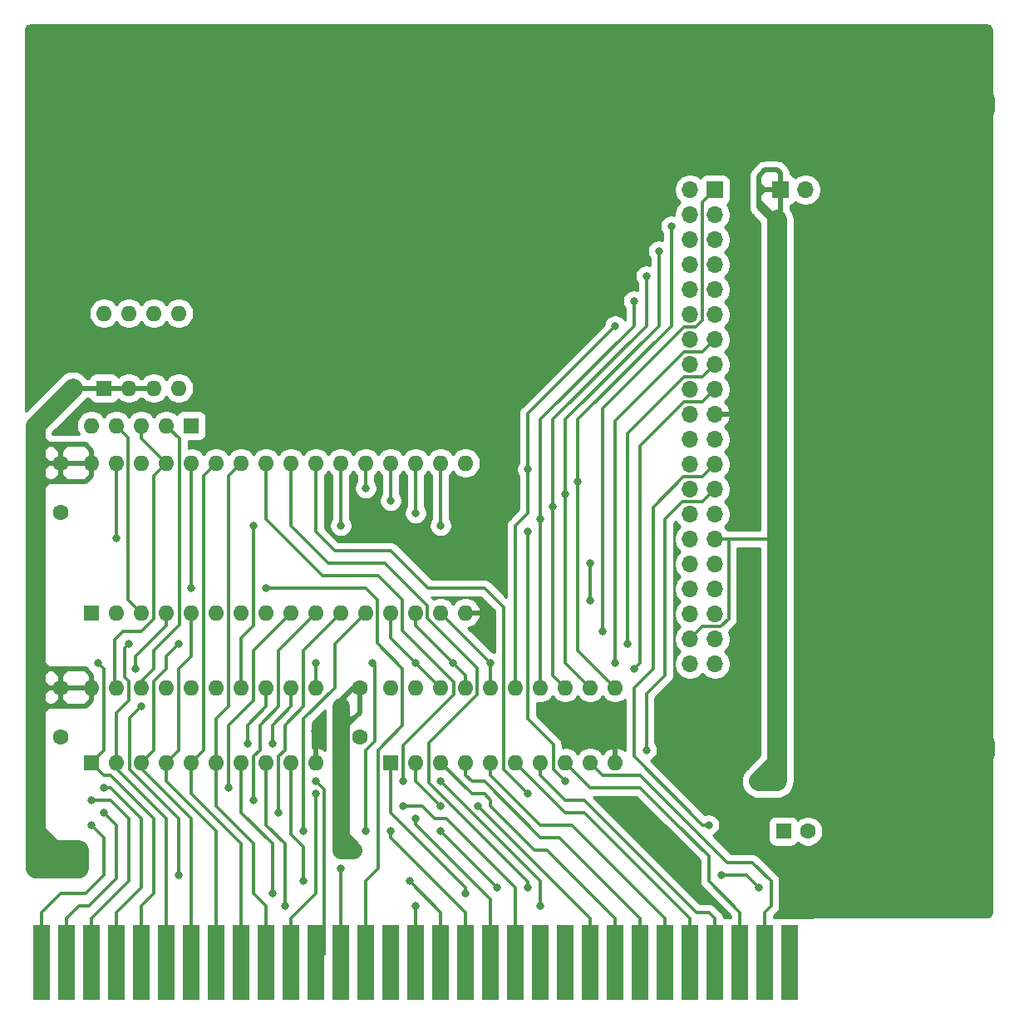
<source format=gtl>
%TF.GenerationSoftware,KiCad,Pcbnew,(5.1.9)-1*%
%TF.CreationDate,2021-03-05T21:37:25+08:00*%
%TF.ProjectId,CF-Super-Lite,43462d53-7570-4657-922d-4c6974652e6b,rev?*%
%TF.SameCoordinates,Original*%
%TF.FileFunction,Copper,L1,Top*%
%TF.FilePolarity,Positive*%
%FSLAX46Y46*%
G04 Gerber Fmt 4.6, Leading zero omitted, Abs format (unit mm)*
G04 Created by KiCad (PCBNEW (5.1.9)-1) date 2021-03-05 21:37:25*
%MOMM*%
%LPD*%
G01*
G04 APERTURE LIST*
%TA.AperFunction,ComponentPad*%
%ADD10O,1.700000X1.700000*%
%TD*%
%TA.AperFunction,ComponentPad*%
%ADD11R,1.700000X1.700000*%
%TD*%
%TA.AperFunction,ComponentPad*%
%ADD12O,1.600000X1.600000*%
%TD*%
%TA.AperFunction,ComponentPad*%
%ADD13R,1.600000X1.600000*%
%TD*%
%TA.AperFunction,ComponentPad*%
%ADD14C,6.500000*%
%TD*%
%TA.AperFunction,ComponentPad*%
%ADD15C,1.600000*%
%TD*%
%TA.AperFunction,ConnectorPad*%
%ADD16R,1.780000X7.620000*%
%TD*%
%TA.AperFunction,ViaPad*%
%ADD17C,0.800000*%
%TD*%
%TA.AperFunction,ViaPad*%
%ADD18C,1.000000*%
%TD*%
%TA.AperFunction,Conductor*%
%ADD19C,0.340000*%
%TD*%
%TA.AperFunction,Conductor*%
%ADD20C,0.350000*%
%TD*%
%TA.AperFunction,Conductor*%
%ADD21C,0.500000*%
%TD*%
%TA.AperFunction,Conductor*%
%ADD22C,2.000000*%
%TD*%
%TA.AperFunction,Conductor*%
%ADD23C,1.750000*%
%TD*%
%TA.AperFunction,Conductor*%
%ADD24C,1.000000*%
%TD*%
%TA.AperFunction,Conductor*%
%ADD25C,0.254000*%
%TD*%
%TA.AperFunction,Conductor*%
%ADD26C,0.100000*%
%TD*%
G04 APERTURE END LIST*
D10*
%TO.P,J1,40*%
%TO.N,GND*%
X165100000Y-108077000D03*
%TO.P,J1,39*%
%TO.N,Net-(J1-Pad39)*%
X167640000Y-108077000D03*
%TO.P,J1,38*%
%TO.N,VCC*%
X165100000Y-105537000D03*
%TO.P,J1,37*%
%TO.N,~CS1~_ATA*%
X167640000Y-105537000D03*
%TO.P,J1,36*%
%TO.N,A03*%
X165100000Y-102997000D03*
%TO.P,J1,35*%
%TO.N,A01*%
X167640000Y-102997000D03*
%TO.P,J1,34*%
%TO.N,Net-(J1-Pad34)*%
X165100000Y-100457000D03*
%TO.P,J1,33*%
%TO.N,A02*%
X167640000Y-100457000D03*
%TO.P,J1,32*%
%TO.N,Net-(J1-Pad32)*%
X165100000Y-97917000D03*
%TO.P,J1,31*%
%TO.N,Net-(J1-Pad31)*%
X167640000Y-97917000D03*
%TO.P,J1,30*%
%TO.N,GND*%
X165100000Y-95377000D03*
%TO.P,J1,29*%
%TO.N,VCC*%
X167640000Y-95377000D03*
%TO.P,J1,28*%
%TO.N,Net-(J1-Pad28)*%
X165100000Y-92837000D03*
%TO.P,J1,27*%
%TO.N,Net-(J1-Pad27)*%
X167640000Y-92837000D03*
%TO.P,J1,26*%
%TO.N,GND*%
X165100000Y-90297000D03*
%TO.P,J1,25*%
%TO.N,~IOR*%
X167640000Y-90297000D03*
%TO.P,J1,24*%
%TO.N,GND*%
X165100000Y-87757000D03*
%TO.P,J1,23*%
%TO.N,~IOW*%
X167640000Y-87757000D03*
%TO.P,J1,22*%
%TO.N,GND*%
X165100000Y-85217000D03*
%TO.P,J1,21*%
%TO.N,Net-(J1-Pad21)*%
X167640000Y-85217000D03*
%TO.P,J1,20*%
%TO.N,Net-(J1-Pad20)*%
X165100000Y-82677000D03*
%TO.P,J1,19*%
%TO.N,GND*%
X167640000Y-82677000D03*
%TO.P,J1,18*%
%TO.N,Net-(J1-Pad18)*%
X165100000Y-80137000D03*
%TO.P,J1,17*%
%TO.N,D0_BUF*%
X167640000Y-80137000D03*
%TO.P,J1,16*%
%TO.N,Net-(J1-Pad16)*%
X165100000Y-77597000D03*
%TO.P,J1,15*%
%TO.N,D1_BUF*%
X167640000Y-77597000D03*
%TO.P,J1,14*%
%TO.N,Net-(J1-Pad14)*%
X165100000Y-75057000D03*
%TO.P,J1,13*%
%TO.N,D2_BUF*%
X167640000Y-75057000D03*
%TO.P,J1,12*%
%TO.N,Net-(J1-Pad12)*%
X165100000Y-72517000D03*
%TO.P,J1,11*%
%TO.N,D3_BUF*%
X167640000Y-72517000D03*
%TO.P,J1,10*%
%TO.N,Net-(J1-Pad10)*%
X165100000Y-69977000D03*
%TO.P,J1,9*%
%TO.N,D4_BUF*%
X167640000Y-69977000D03*
%TO.P,J1,8*%
%TO.N,Net-(J1-Pad8)*%
X165100000Y-67437000D03*
%TO.P,J1,7*%
%TO.N,D5_BUF*%
X167640000Y-67437000D03*
%TO.P,J1,6*%
%TO.N,Net-(J1-Pad6)*%
X165100000Y-64897000D03*
%TO.P,J1,5*%
%TO.N,D6_BUF*%
X167640000Y-64897000D03*
%TO.P,J1,4*%
%TO.N,Net-(J1-Pad4)*%
X165100000Y-62357000D03*
%TO.P,J1,3*%
%TO.N,D7_BUF*%
X167640000Y-62357000D03*
%TO.P,J1,2*%
%TO.N,GND*%
X165100000Y-59817000D03*
D11*
%TO.P,J1,1*%
%TO.N,~RESET*%
X167640000Y-59817000D03*
%TD*%
D10*
%TO.P,J2,2*%
%TO.N,GND*%
X176871000Y-59817000D03*
D11*
%TO.P,J2,1*%
%TO.N,VCC*%
X174331000Y-59817000D03*
%TD*%
D12*
%TO.P,SW1,8*%
%TO.N,ROM_ADDR_JUMPER*%
X105410000Y-72390000D03*
%TO.P,SW1,4*%
%TO.N,Net-(SW1-Pad4)*%
X113030000Y-80010000D03*
%TO.P,SW1,7*%
%TO.N,ATA_ADDR_JUMPER*%
X107950000Y-72390000D03*
%TO.P,SW1,3*%
%TO.N,VCC*%
X110490000Y-80010000D03*
%TO.P,SW1,6*%
%TO.N,V20_JUMPER*%
X110490000Y-72390000D03*
%TO.P,SW1,2*%
%TO.N,VCC*%
X107950000Y-80010000D03*
%TO.P,SW1,5*%
%TO.N,Net-(SW1-Pad5)*%
X113030000Y-72390000D03*
D13*
%TO.P,SW1,1*%
%TO.N,VCC*%
X105410000Y-80010000D03*
%TD*%
D14*
%TO.P,MH4,*%
%TO.N,GND*%
X192913000Y-116713000D03*
%TD*%
D12*
%TO.P,RN1,5*%
%TO.N,Net-(RN1-Pad5)*%
X104140000Y-83820000D03*
%TO.P,RN1,4*%
%TO.N,V20_JUMPER*%
X106680000Y-83820000D03*
%TO.P,RN1,3*%
%TO.N,ATA_ADDR_JUMPER*%
X109220000Y-83820000D03*
%TO.P,RN1,2*%
%TO.N,ROM_ADDR_JUMPER*%
X111760000Y-83820000D03*
D13*
%TO.P,RN1,1*%
%TO.N,GND*%
X114300000Y-83820000D03*
%TD*%
D15*
%TO.P,C4,2*%
%TO.N,GND*%
X177125000Y-125095000D03*
D13*
%TO.P,C4,1*%
%TO.N,VCC*%
X174625000Y-125095000D03*
%TD*%
D15*
%TO.P,C3,2*%
%TO.N,GND*%
X131445000Y-115490000D03*
%TO.P,C3,1*%
%TO.N,VCC*%
X131445000Y-110490000D03*
%TD*%
%TO.P,C2,2*%
%TO.N,GND*%
X100965000Y-115490000D03*
%TO.P,C2,1*%
%TO.N,VCC*%
X100965000Y-110490000D03*
%TD*%
%TO.P,C1,2*%
%TO.N,GND*%
X100965000Y-92630000D03*
%TO.P,C1,1*%
%TO.N,VCC*%
X100965000Y-87630000D03*
%TD*%
D12*
%TO.P,U3,20*%
%TO.N,VCC*%
X104140000Y-110490000D03*
%TO.P,U3,10*%
%TO.N,GND*%
X127000000Y-118110000D03*
%TO.P,U3,19*%
%TO.N,ATA_ADDR_JUMPER*%
X106680000Y-110490000D03*
%TO.P,U3,9*%
%TO.N,A16*%
X124460000Y-118110000D03*
%TO.P,U3,18*%
%TO.N,ROM_ADDR_JUMPER*%
X109220000Y-110490000D03*
%TO.P,U3,8*%
%TO.N,A15*%
X121920000Y-118110000D03*
%TO.P,U3,17*%
%TO.N,~CS1~_ATA*%
X111760000Y-110490000D03*
%TO.P,U3,7*%
%TO.N,RESET*%
X119380000Y-118110000D03*
%TO.P,U3,16*%
%TO.N,~RESET*%
X114300000Y-110490000D03*
%TO.P,U3,6*%
%TO.N,A09*%
X116840000Y-118110000D03*
%TO.P,U3,15*%
%TO.N,~CE~_D_BUF*%
X116840000Y-110490000D03*
%TO.P,U3,5*%
%TO.N,A08*%
X114300000Y-118110000D03*
%TO.P,U3,14*%
%TO.N,~CE~_BIOS*%
X119380000Y-110490000D03*
%TO.P,U3,4*%
%TO.N,A07*%
X111760000Y-118110000D03*
%TO.P,U3,13*%
%TO.N,A18*%
X121920000Y-110490000D03*
%TO.P,U3,3*%
%TO.N,A06*%
X109220000Y-118110000D03*
%TO.P,U3,12*%
%TO.N,A19*%
X124460000Y-110490000D03*
%TO.P,U3,2*%
%TO.N,A05*%
X106680000Y-118110000D03*
%TO.P,U3,11*%
%TO.N,A17*%
X127000000Y-110490000D03*
D13*
%TO.P,U3,1*%
%TO.N,A04*%
X104140000Y-118110000D03*
%TD*%
D12*
%TO.P,U2,20*%
%TO.N,VCC*%
X134620000Y-110490000D03*
%TO.P,U2,10*%
%TO.N,GND*%
X157480000Y-118110000D03*
%TO.P,U2,19*%
%TO.N,~CE~_D_BUF*%
X137160000Y-110490000D03*
%TO.P,U2,9*%
%TO.N,D7*%
X154940000Y-118110000D03*
%TO.P,U2,18*%
%TO.N,D0_BUF*%
X139700000Y-110490000D03*
%TO.P,U2,8*%
%TO.N,D6*%
X152400000Y-118110000D03*
%TO.P,U2,17*%
%TO.N,D1_BUF*%
X142240000Y-110490000D03*
%TO.P,U2,7*%
%TO.N,D5*%
X149860000Y-118110000D03*
%TO.P,U2,16*%
%TO.N,D2_BUF*%
X144780000Y-110490000D03*
%TO.P,U2,6*%
%TO.N,D4*%
X147320000Y-118110000D03*
%TO.P,U2,15*%
%TO.N,D3_BUF*%
X147320000Y-110490000D03*
%TO.P,U2,5*%
%TO.N,D3*%
X144780000Y-118110000D03*
%TO.P,U2,14*%
%TO.N,D4_BUF*%
X149860000Y-110490000D03*
%TO.P,U2,4*%
%TO.N,D2*%
X142240000Y-118110000D03*
%TO.P,U2,13*%
%TO.N,D5_BUF*%
X152400000Y-110490000D03*
%TO.P,U2,3*%
%TO.N,D1*%
X139700000Y-118110000D03*
%TO.P,U2,12*%
%TO.N,D6_BUF*%
X154940000Y-110490000D03*
%TO.P,U2,2*%
%TO.N,D0*%
X137160000Y-118110000D03*
%TO.P,U2,11*%
%TO.N,D7_BUF*%
X157480000Y-110490000D03*
D13*
%TO.P,U2,1*%
%TO.N,~IOR*%
X134620000Y-118110000D03*
%TD*%
D12*
%TO.P,U1,32*%
%TO.N,VCC*%
X104140000Y-87630000D03*
%TO.P,U1,16*%
%TO.N,GND*%
X142240000Y-102870000D03*
%TO.P,U1,31*%
%TO.N,~MEMW*%
X106680000Y-87630000D03*
%TO.P,U1,15*%
%TO.N,D2_BUF*%
X139700000Y-102870000D03*
%TO.P,U1,30*%
%TO.N,GND*%
X109220000Y-87630000D03*
%TO.P,U1,14*%
%TO.N,D1_BUF*%
X137160000Y-102870000D03*
%TO.P,U1,29*%
%TO.N,ATA_ADDR_JUMPER*%
X111760000Y-87630000D03*
%TO.P,U1,13*%
%TO.N,D0_BUF*%
X134620000Y-102870000D03*
%TO.P,U1,28*%
%TO.N,A13*%
X114300000Y-87630000D03*
%TO.P,U1,12*%
%TO.N,A00*%
X132080000Y-102870000D03*
%TO.P,U1,27*%
%TO.N,A08*%
X116840000Y-87630000D03*
%TO.P,U1,11*%
%TO.N,A01*%
X129540000Y-102870000D03*
%TO.P,U1,26*%
%TO.N,A09*%
X119380000Y-87630000D03*
%TO.P,U1,10*%
%TO.N,A02*%
X127000000Y-102870000D03*
%TO.P,U1,25*%
%TO.N,A11*%
X121920000Y-87630000D03*
%TO.P,U1,9*%
%TO.N,A03*%
X124460000Y-102870000D03*
%TO.P,U1,24*%
%TO.N,~MEMR*%
X124460000Y-87630000D03*
%TO.P,U1,8*%
%TO.N,A04*%
X121920000Y-102870000D03*
%TO.P,U1,23*%
%TO.N,A10*%
X127000000Y-87630000D03*
%TO.P,U1,7*%
%TO.N,A05*%
X119380000Y-102870000D03*
%TO.P,U1,22*%
%TO.N,~CE~_BIOS*%
X129540000Y-87630000D03*
%TO.P,U1,6*%
%TO.N,A06*%
X116840000Y-102870000D03*
%TO.P,U1,21*%
%TO.N,D7_BUF*%
X132080000Y-87630000D03*
%TO.P,U1,5*%
%TO.N,A07*%
X114300000Y-102870000D03*
%TO.P,U1,20*%
%TO.N,D6_BUF*%
X134620000Y-87630000D03*
%TO.P,U1,4*%
%TO.N,A12*%
X111760000Y-102870000D03*
%TO.P,U1,19*%
%TO.N,D5_BUF*%
X137160000Y-87630000D03*
%TO.P,U1,3*%
%TO.N,V20_JUMPER*%
X109220000Y-102870000D03*
%TO.P,U1,18*%
%TO.N,D4_BUF*%
X139700000Y-87630000D03*
%TO.P,U1,2*%
%TO.N,GND*%
X106680000Y-102870000D03*
%TO.P,U1,17*%
%TO.N,D3_BUF*%
X142240000Y-87630000D03*
D13*
%TO.P,U1,1*%
%TO.N,GND*%
X104140000Y-102870000D03*
%TD*%
D14*
%TO.P,MH3,*%
%TO.N,GND*%
X166370000Y-116713000D03*
%TD*%
%TO.P,MH1,*%
%TO.N,GND*%
X166370000Y-51181000D03*
%TD*%
%TO.P,MH2,*%
%TO.N,GND*%
X192913000Y-51181000D03*
%TD*%
D16*
%TO.P,J3,62*%
%TO.N,A00*%
X99060000Y-138430000D03*
%TO.P,J3,61*%
%TO.N,A01*%
X101600000Y-138430000D03*
%TO.P,J3,60*%
%TO.N,A02*%
X104140000Y-138430000D03*
%TO.P,J3,59*%
%TO.N,A03*%
X106680000Y-138430000D03*
%TO.P,J3,58*%
%TO.N,A04*%
X109220000Y-138430000D03*
%TO.P,J3,57*%
%TO.N,A05*%
X111760000Y-138430000D03*
%TO.P,J3,56*%
%TO.N,A06*%
X114300000Y-138430000D03*
%TO.P,J3,55*%
%TO.N,A07*%
X116840000Y-138430000D03*
%TO.P,J3,54*%
%TO.N,A08*%
X119380000Y-138430000D03*
%TO.P,J3,53*%
%TO.N,A09*%
X121920000Y-138430000D03*
%TO.P,J3,52*%
%TO.N,A10*%
X124460000Y-138430000D03*
%TO.P,J3,51*%
%TO.N,A11*%
X127000000Y-138430000D03*
%TO.P,J3,50*%
%TO.N,A12*%
X129540000Y-138430000D03*
%TO.P,J3,49*%
%TO.N,A13*%
X132080000Y-138430000D03*
%TO.P,J3,48*%
%TO.N,Net-(J3-Pad48)*%
X134620000Y-138430000D03*
%TO.P,J3,47*%
%TO.N,A15*%
X137160000Y-138430000D03*
%TO.P,J3,46*%
%TO.N,A16*%
X139700000Y-138430000D03*
%TO.P,J3,45*%
%TO.N,A17*%
X142240000Y-138430000D03*
%TO.P,J3,44*%
%TO.N,A18*%
X144780000Y-138430000D03*
%TO.P,J3,43*%
%TO.N,A19*%
X147320000Y-138430000D03*
%TO.P,J3,42*%
%TO.N,Net-(J3-Pad42)*%
X149860000Y-138430000D03*
%TO.P,J3,41*%
%TO.N,Net-(J3-Pad41)*%
X152400000Y-138430000D03*
%TO.P,J3,40*%
%TO.N,D0*%
X154940000Y-138430000D03*
%TO.P,J3,39*%
%TO.N,D1*%
X157480000Y-138430000D03*
%TO.P,J3,38*%
%TO.N,D2*%
X160020000Y-138430000D03*
%TO.P,J3,37*%
%TO.N,D3*%
X162560000Y-138430000D03*
%TO.P,J3,36*%
%TO.N,D4*%
X165100000Y-138430000D03*
%TO.P,J3,35*%
%TO.N,D5*%
X167640000Y-138430000D03*
%TO.P,J3,34*%
%TO.N,D6*%
X170180000Y-138430000D03*
%TO.P,J3,33*%
%TO.N,D7*%
X172720000Y-138430000D03*
%TO.P,J3,32*%
%TO.N,Net-(J3-Pad32)*%
X175260000Y-138430000D03*
%TD*%
D17*
%TO.N,A00*%
X125730000Y-125095000D03*
X104140000Y-124460000D03*
%TO.N,A01*%
X154940000Y-97790000D03*
X154940000Y-101600000D03*
X105410000Y-123190000D03*
X123190000Y-123190000D03*
%TO.N,A02*%
X104140000Y-121920000D03*
X120650000Y-121920000D03*
%TO.N,A03*%
X105410000Y-120650000D03*
X118110000Y-120650000D03*
%TO.N,A04*%
X104775000Y-107950000D03*
%TO.N,A05*%
X107950000Y-106045000D03*
%TO.N,A06*%
X113030000Y-106045000D03*
%TO.N,A10*%
X127000000Y-121285000D03*
X148590000Y-121285000D03*
%TO.N,A11*%
X135890000Y-120015000D03*
X127000000Y-120015000D03*
%TO.N,A12*%
X129540000Y-128905000D03*
X113030000Y-129540000D03*
X108585000Y-108584996D03*
X109220000Y-112395000D03*
%TO.N,A13*%
X114300000Y-100330000D03*
X121920006Y-100330000D03*
%TO.N,A15*%
X137160000Y-132715000D03*
X123825000Y-132715000D03*
%TO.N,A16*%
X125730000Y-130175000D03*
X136525000Y-130175000D03*
%TO.N,A17*%
X132080000Y-125095000D03*
X134620000Y-125095000D03*
X132715000Y-107950000D03*
X127000000Y-107950000D03*
%TO.N,A18*%
X137160000Y-123825000D03*
X120015000Y-116205000D03*
%TO.N,A19*%
X135890000Y-122555000D03*
X122555000Y-116205000D03*
%TO.N,D0*%
X139700000Y-122555000D03*
X143510000Y-122555001D03*
D18*
%TO.N,GND*%
X175260000Y-130810000D03*
X175260000Y-132715000D03*
X127000000Y-114935000D03*
X157480000Y-114935000D03*
X152400000Y-114935000D03*
X132079994Y-93345000D03*
X134620000Y-93345000D03*
X99695000Y-73660000D03*
X99695000Y-75565000D03*
X99695000Y-71755000D03*
X140970000Y-97155000D03*
X138430000Y-97155000D03*
X170815000Y-93345000D03*
X170815000Y-97155000D03*
X170815000Y-99060000D03*
X170815000Y-100965000D03*
X170815000Y-91440000D03*
X170815000Y-89535000D03*
X144780000Y-102870000D03*
X157480000Y-122555000D03*
X159385000Y-122555000D03*
X158750000Y-123825000D03*
X160655000Y-123825000D03*
X165100000Y-130175000D03*
X166370000Y-131445000D03*
%TO.N,VCC*%
X102870000Y-127000000D03*
X102870000Y-128905000D03*
D17*
X129540000Y-127000000D03*
X130810000Y-127000000D03*
D18*
X173990000Y-120015000D03*
X172085000Y-120015000D03*
D17*
X102235000Y-80010000D03*
%TO.N,~IOR*%
X160655000Y-116840000D03*
X142240000Y-131445000D03*
%TO.N,~IOW*%
X167005000Y-124460000D03*
X139700000Y-125095000D03*
X145415000Y-130810000D03*
%TO.N,~MEMR*%
X148590000Y-130810000D03*
%TO.N,~MEMW*%
X106680000Y-95250000D03*
X139700000Y-120015000D03*
X149860000Y-132715000D03*
X148590000Y-94615000D03*
X152400000Y-120015000D03*
%TO.N,RESET*%
X172085000Y-130810000D03*
X168275000Y-129540000D03*
X122555000Y-131445000D03*
%TO.N,D0_BUF*%
X137160000Y-107950000D03*
X159385000Y-108585000D03*
%TO.N,D1_BUF*%
X140970000Y-107950000D03*
X158750000Y-106045000D03*
%TO.N,D2_BUF*%
X144780000Y-107950000D03*
X157480000Y-107950000D03*
%TO.N,D3_BUF*%
X157479994Y-73660000D03*
X148590000Y-88265000D03*
%TO.N,D4_BUF*%
X159385000Y-71120000D03*
X139700000Y-93980000D03*
X149860000Y-93345000D03*
%TO.N,D5_BUF*%
X160655000Y-68580000D03*
X137160000Y-92710000D03*
X151130000Y-92075000D03*
%TO.N,D6_BUF*%
X161925000Y-66040000D03*
X134620000Y-91440000D03*
X152400000Y-90805000D03*
%TO.N,D7_BUF*%
X163195000Y-63500000D03*
X132080000Y-90170000D03*
X153670000Y-89535000D03*
%TO.N,~RESET*%
X156210000Y-104775000D03*
%TO.N,~CE~_BIOS*%
X120650000Y-93980000D03*
X129539992Y-93980000D03*
%TD*%
D19*
%TO.N,A00*%
X125730000Y-124460000D02*
X125730000Y-125095000D01*
X125730000Y-113665000D02*
X125730000Y-124460000D01*
X128905000Y-110490000D02*
X125730000Y-113665000D01*
X128905000Y-106045000D02*
X128905000Y-110490000D01*
X132080000Y-102870000D02*
X128905000Y-106045000D01*
X100965000Y-131445000D02*
X99060000Y-133350000D01*
X103505000Y-131445000D02*
X100965000Y-131445000D01*
X99060000Y-133350000D02*
X99060000Y-138430000D01*
X105410000Y-129540000D02*
X103505000Y-131445000D01*
X105410000Y-125730000D02*
X105410000Y-129540000D01*
X104140000Y-124460000D02*
X105410000Y-125730000D01*
%TO.N,A01*%
X123825000Y-116840000D02*
X123190000Y-117475000D01*
X123825000Y-114300000D02*
X123825000Y-116840000D01*
X125730000Y-112395000D02*
X123825000Y-114300000D01*
X125730000Y-106680000D02*
X125730000Y-112395000D01*
X129540000Y-102870000D02*
X125730000Y-106680000D01*
X154940000Y-97790000D02*
X154940000Y-101600000D01*
X101600000Y-133985000D02*
X101600000Y-138430000D01*
X103886250Y-132715000D02*
X102870000Y-132715000D01*
X106680000Y-129921250D02*
X103886250Y-132715000D01*
X102870000Y-132715000D02*
X101600000Y-133985000D01*
X106680000Y-124460000D02*
X106680000Y-129921250D01*
X105410000Y-123190000D02*
X106680000Y-124460000D01*
X123190000Y-117475000D02*
X123190000Y-123190000D01*
%TO.N,A02*%
X104140000Y-133985000D02*
X104140000Y-138430000D01*
X107950000Y-123825000D02*
X107950000Y-130175000D01*
X106045000Y-121920000D02*
X107950000Y-123825000D01*
X107950000Y-130175000D02*
X104140000Y-133985000D01*
X104140000Y-121920000D02*
X106045000Y-121920000D01*
X121285000Y-116840000D02*
X120650000Y-117475000D01*
X127000000Y-102870000D02*
X123190000Y-106680000D01*
X121285000Y-114300000D02*
X121285000Y-116840000D01*
X123190000Y-112395000D02*
X121285000Y-114300000D01*
X123190000Y-106680000D02*
X123190000Y-112395000D01*
X120650000Y-117475000D02*
X120650000Y-121920000D01*
%TO.N,A03*%
X109220000Y-123825000D02*
X106045000Y-120650000D01*
X109220000Y-130810000D02*
X109220000Y-123825000D01*
X106680000Y-133350000D02*
X109220000Y-130810000D01*
X106045000Y-120650000D02*
X105410000Y-120650000D01*
X106680000Y-138430000D02*
X106680000Y-133350000D01*
X120650000Y-106680000D02*
X120650000Y-111760000D01*
X120650000Y-111760000D02*
X118110000Y-114300000D01*
X124460000Y-102870000D02*
X120650000Y-106680000D01*
X118110000Y-114300000D02*
X118110000Y-120650000D01*
%TO.N,A04*%
X105410000Y-116840000D02*
X104140000Y-118110000D01*
X105410000Y-108585000D02*
X105410000Y-116840000D01*
X104775000Y-107950000D02*
X105410000Y-108585000D01*
X110490000Y-131445000D02*
X109220000Y-132715000D01*
X110490000Y-123825000D02*
X110490000Y-131445000D01*
X106045000Y-119380000D02*
X110490000Y-123825000D01*
X109220000Y-132715000D02*
X109220000Y-138430000D01*
X105410000Y-119380000D02*
X106045000Y-119380000D01*
X104140000Y-118110000D02*
X105410000Y-119380000D01*
%TO.N,A05*%
X107550001Y-106444999D02*
X107950000Y-106045000D01*
X107550001Y-109455001D02*
X107550001Y-106444999D01*
X107950000Y-109855000D02*
X107550001Y-109455001D01*
X107950000Y-111760000D02*
X107950000Y-109855000D01*
X106680000Y-113030000D02*
X107950000Y-111760000D01*
X106680000Y-118745000D02*
X106680000Y-113030000D01*
X111760000Y-123825000D02*
X106680000Y-118745000D01*
X111760000Y-138430000D02*
X111760000Y-123825000D01*
%TO.N,A06*%
X114300000Y-123825000D02*
X110490000Y-120015000D01*
X114300000Y-138430000D02*
X114300000Y-123825000D01*
X109220000Y-118745000D02*
X109220000Y-118110000D01*
X110490000Y-120015000D02*
X109220000Y-118745000D01*
X111760000Y-107315000D02*
X113030000Y-106045000D01*
X111760000Y-108585000D02*
X111760000Y-107315000D01*
X110490000Y-109855000D02*
X111760000Y-108585000D01*
X110490000Y-116840000D02*
X110490000Y-109855000D01*
X109220000Y-118110000D02*
X110490000Y-116840000D01*
%TO.N,A07*%
X113030000Y-108585000D02*
X114300000Y-107315000D01*
X113030000Y-116840000D02*
X113030000Y-108585000D01*
X111760000Y-118110000D02*
X113030000Y-116840000D01*
X111760000Y-120015000D02*
X111760000Y-118110000D01*
X116840000Y-125095000D02*
X111760000Y-120015000D01*
X114300000Y-107315000D02*
X114300000Y-102870000D01*
X116840000Y-138430000D02*
X116840000Y-125095000D01*
%TO.N,A08*%
X114300000Y-118110000D02*
X114300000Y-121285000D01*
X119380000Y-126365000D02*
X119380000Y-138430000D01*
X115570000Y-116840000D02*
X114300000Y-118110000D01*
X114300000Y-121285000D02*
X119380000Y-126365000D01*
X115570000Y-88900000D02*
X115570000Y-116840000D01*
X116840000Y-87630000D02*
X115570000Y-88900000D01*
D20*
%TO.N,A09*%
X120650000Y-131445000D02*
X121920000Y-132715000D01*
X120650000Y-126365000D02*
X120650000Y-131445000D01*
D19*
X121920000Y-132715000D02*
X121920000Y-138430000D01*
X116840000Y-122555000D02*
X120650000Y-126365000D01*
X119380000Y-87630000D02*
X118110000Y-88900000D01*
X118110000Y-88900000D02*
X118110000Y-112395000D01*
X118110000Y-112395000D02*
X116840000Y-113665000D01*
X116840000Y-113665000D02*
X116840000Y-122555000D01*
%TO.N,A10*%
X127000000Y-121285000D02*
X127000000Y-131445000D01*
X127000000Y-131445000D02*
X124460000Y-133985000D01*
X124460000Y-133985000D02*
X124460000Y-138430000D01*
X127000000Y-94615000D02*
X127000000Y-87630000D01*
X128905000Y-96520000D02*
X127000000Y-94615000D01*
X138430000Y-100330000D02*
X134620000Y-96520000D01*
X144145000Y-100330000D02*
X138430000Y-100330000D01*
X134620000Y-96520000D02*
X128905000Y-96520000D01*
X146109999Y-102294999D02*
X144145000Y-100330000D01*
X146109999Y-118804999D02*
X146109999Y-102294999D01*
X148590000Y-121285000D02*
X146109999Y-118804999D01*
%TO.N,A11*%
X127810001Y-120825001D02*
X127000000Y-120015000D01*
X127810001Y-137619999D02*
X127810001Y-120825001D01*
X127000000Y-138430000D02*
X127810001Y-137619999D01*
X135890000Y-116319198D02*
X135890000Y-120015000D01*
X141029999Y-111179199D02*
X135890000Y-116319198D01*
X141029999Y-109914999D02*
X141029999Y-111179199D01*
X135830001Y-101540001D02*
X135830001Y-104715001D01*
X133350000Y-99060000D02*
X135830001Y-101540001D01*
X135830001Y-104715001D02*
X141029999Y-109914999D01*
X127635000Y-99060000D02*
X133350000Y-99060000D01*
X121920000Y-93345000D02*
X127635000Y-99060000D01*
X121920000Y-87630000D02*
X121920000Y-93345000D01*
%TO.N,A12*%
X129540000Y-138430000D02*
X129540000Y-128905000D01*
X111760000Y-102870000D02*
X111760000Y-104140000D01*
X111760000Y-104140000D02*
X108585000Y-107315000D01*
X108585000Y-107315000D02*
X108585000Y-108584996D01*
X108009999Y-118804999D02*
X108009999Y-113605001D01*
X113030000Y-123825000D02*
X108009999Y-118804999D01*
X108009999Y-113605001D02*
X109220000Y-112395000D01*
X113030000Y-129540000D02*
X113030000Y-123825000D01*
%TO.N,A13*%
X114300000Y-87630000D02*
X114300000Y-100505000D01*
X132080000Y-100330000D02*
X121920006Y-100330000D01*
X133290001Y-101540001D02*
X132080000Y-100330000D01*
X135840001Y-108535001D02*
X133290001Y-105985001D01*
X135840001Y-114352504D02*
X135840001Y-108535001D01*
X133350000Y-116842505D02*
X135840001Y-114352504D01*
X133350000Y-128905000D02*
X133350000Y-116842505D01*
X133290001Y-105985001D02*
X133290001Y-101540001D01*
X132080000Y-130175000D02*
X133350000Y-128905000D01*
X132080000Y-138430000D02*
X132080000Y-130175000D01*
%TO.N,A15*%
X137160000Y-132715000D02*
X137160000Y-138430000D01*
X121920000Y-124460000D02*
X121920000Y-118110000D01*
X123825000Y-126365000D02*
X121920000Y-124460000D01*
X123825000Y-132715000D02*
X123825000Y-126365000D01*
%TO.N,A16*%
X125730000Y-126682500D02*
X125730000Y-130175000D01*
X124460000Y-125412500D02*
X125730000Y-126682500D01*
X124460000Y-118110000D02*
X124460000Y-125412500D01*
X139700000Y-133350000D02*
X139700000Y-138430000D01*
X136525000Y-130175000D02*
X139700000Y-133350000D01*
%TO.N,A17*%
X127000000Y-110490000D02*
X127000000Y-107950000D01*
X134620000Y-125730000D02*
X134620000Y-125095000D01*
X142240000Y-133350000D02*
X134620000Y-125730000D01*
X142240000Y-138430000D02*
X142240000Y-133350000D01*
X132080000Y-116840000D02*
X132080000Y-125095000D01*
X132969000Y-115951000D02*
X132080000Y-116840000D01*
X132969000Y-108204000D02*
X132969000Y-115951000D01*
X132715000Y-107950000D02*
X132969000Y-108204000D01*
%TO.N,A18*%
X121920000Y-110490000D02*
X121920000Y-112395000D01*
X121920000Y-112395000D02*
X120015000Y-114300000D01*
X120015000Y-114300000D02*
X120015000Y-116205000D01*
X144780000Y-132010685D02*
X144780000Y-138430000D01*
X137160000Y-124390685D02*
X144780000Y-132010685D01*
X137160000Y-123825000D02*
X137160000Y-124390685D01*
%TO.N,A19*%
X124460000Y-112395000D02*
X122555000Y-114300000D01*
X124460000Y-110490000D02*
X124460000Y-112395000D01*
X122555000Y-114300000D02*
X122555000Y-116205000D01*
X137795000Y-122555000D02*
X135890000Y-122555000D01*
X139065000Y-123825000D02*
X137795000Y-122555000D01*
X147320000Y-130844661D02*
X140300339Y-123825000D01*
X140300339Y-123825000D02*
X139065000Y-123825000D01*
X147320000Y-138430000D02*
X147320000Y-130844661D01*
%TO.N,D0*%
X137160000Y-120015000D02*
X139700000Y-122555000D01*
X137160000Y-118110000D02*
X137160000Y-120015000D01*
D20*
X154940000Y-133985000D02*
X154940000Y-138430000D01*
X143510001Y-122555001D02*
X154940000Y-133985000D01*
X143510000Y-122555001D02*
X143510001Y-122555001D01*
D19*
%TO.N,D1*%
X144780000Y-121920000D02*
X144145000Y-121285000D01*
X142875000Y-121285000D02*
X139700000Y-118110000D01*
X144145000Y-121285000D02*
X142875000Y-121285000D01*
D20*
X150495000Y-127000000D02*
X157480000Y-133985000D01*
X149225000Y-127000000D02*
X150495000Y-127000000D01*
X144780000Y-122555000D02*
X149225000Y-127000000D01*
X157480000Y-133985000D02*
X157480000Y-138430000D01*
X144780000Y-121920000D02*
X144780000Y-122555000D01*
D19*
%TO.N,D2*%
X142240000Y-119380000D02*
X142240000Y-118110000D01*
X142875000Y-120015000D02*
X142240000Y-119380000D01*
X144145000Y-120015000D02*
X142875000Y-120015000D01*
D20*
X160020000Y-133985000D02*
X160020000Y-138430000D01*
X151765000Y-125730000D02*
X160020000Y-133985000D01*
X149860000Y-125730000D02*
X151765000Y-125730000D01*
X144145000Y-120015000D02*
X149860000Y-125730000D01*
%TO.N,D3*%
X149860000Y-124460000D02*
X144780000Y-119380000D01*
X144780000Y-119380000D02*
X144780000Y-118110000D01*
X162560000Y-138430000D02*
X162560000Y-133985000D01*
D19*
X153035000Y-124460000D02*
X162560000Y-133985000D01*
X149860000Y-124460000D02*
X153035000Y-124460000D01*
%TO.N,D4*%
X152400000Y-123190000D02*
X147320000Y-118110000D01*
D20*
X165100000Y-133985000D02*
X165100000Y-138430000D01*
D19*
X165100000Y-133985000D02*
X154305000Y-123190000D01*
X152400000Y-123190000D02*
X154305000Y-123190000D01*
D20*
%TO.N,D5*%
X167640000Y-133985000D02*
X167640000Y-138430000D01*
D19*
X149860000Y-119380000D02*
X149860000Y-118110000D01*
X152400000Y-121920000D02*
X149860000Y-119380000D01*
X167005000Y-133350000D02*
X165735000Y-133350000D01*
D20*
X167005000Y-133350000D02*
X167640000Y-133985000D01*
D19*
X154305000Y-121920000D02*
X152400000Y-121920000D01*
X165735000Y-133350000D02*
X154305000Y-121920000D01*
D20*
%TO.N,D6*%
X154940000Y-120650000D02*
X160020000Y-120650000D01*
X152400000Y-118110000D02*
X154940000Y-120650000D01*
X170180000Y-133350000D02*
X170180000Y-138430000D01*
X160020000Y-120650000D02*
X163512500Y-124142500D01*
D19*
X167005000Y-127635000D02*
X163512500Y-124142500D01*
X167005000Y-130175000D02*
X167005000Y-127635000D01*
X170180000Y-133350000D02*
X167005000Y-130175000D01*
D20*
%TO.N,D7*%
X172720000Y-134270000D02*
X172720000Y-138430000D01*
X156210000Y-119380000D02*
X160020000Y-119380000D01*
X154940000Y-118110000D02*
X156210000Y-119380000D01*
X172720000Y-133350000D02*
X172720000Y-134270000D01*
X160020000Y-119380000D02*
X166370000Y-125730000D01*
D19*
X168910000Y-128270000D02*
X166370000Y-125730000D01*
X171450000Y-128270000D02*
X168910000Y-128270000D01*
X173355000Y-130175000D02*
X171450000Y-128270000D01*
X173355000Y-132715000D02*
X173355000Y-130175000D01*
X172720000Y-133350000D02*
X173355000Y-132715000D01*
D21*
%TO.N,GND*%
X127000000Y-118110000D02*
X127000000Y-114935000D01*
X157480000Y-118110000D02*
X157480000Y-114935000D01*
X157480000Y-114935000D02*
X152400000Y-114935000D01*
X132079994Y-93345000D02*
X134620000Y-93345000D01*
X138430000Y-97155000D02*
X140970000Y-97155000D01*
X138430000Y-97155000D02*
X134620000Y-93345000D01*
X167640000Y-82677000D02*
X170307000Y-82677000D01*
X170815000Y-83185000D02*
X170815000Y-89535000D01*
X170307000Y-82677000D02*
X170815000Y-83185000D01*
X170815000Y-91440000D02*
X170815000Y-93345000D01*
X170815000Y-89535000D02*
X170815000Y-91440000D01*
X142240000Y-102870000D02*
X144780000Y-102870000D01*
%TO.N,VCC*%
X100965000Y-110490000D02*
X100965000Y-109220000D01*
D22*
X102870000Y-127000000D02*
X102870000Y-128905000D01*
D21*
X100965000Y-110490000D02*
X102870000Y-110490000D01*
D22*
X98425000Y-127000000D02*
X102870000Y-127000000D01*
X102870000Y-128905000D02*
X100965000Y-127000000D01*
X98425000Y-124460000D02*
X98425000Y-127000000D01*
X102870000Y-128905000D02*
X98425000Y-128905000D01*
X98425000Y-128270000D02*
X98425000Y-127000000D01*
D23*
X129519999Y-126979999D02*
X129540000Y-127000000D01*
D21*
X130810000Y-113665000D02*
X129519999Y-114955001D01*
D23*
X129519999Y-114955001D02*
X129519999Y-126979999D01*
X129540000Y-127000000D02*
X130810000Y-127000000D01*
X130810000Y-127000000D02*
X129519999Y-125709999D01*
D21*
X131445000Y-113030000D02*
X131445000Y-110490000D01*
X130810000Y-113665000D02*
X131445000Y-113030000D01*
X131445000Y-110490000D02*
X131127500Y-110490000D01*
D23*
X129519999Y-112395000D02*
X129519999Y-114955001D01*
D21*
X130134998Y-113665000D02*
X129519999Y-113050001D01*
X130810000Y-113665000D02*
X130134998Y-113665000D01*
X129857500Y-112057499D02*
X129519999Y-112395000D01*
X129857500Y-111442500D02*
X129857500Y-112057499D01*
X129857500Y-111442500D02*
X129519999Y-111780001D01*
X102235000Y-110490000D02*
X104140000Y-110490000D01*
X104140000Y-110490000D02*
X104140000Y-109220000D01*
X104140000Y-109220000D02*
X103505000Y-108585000D01*
X100965000Y-109220000D02*
X100330000Y-108585000D01*
X98425000Y-108585000D02*
X98425000Y-107950000D01*
X100965000Y-111760000D02*
X100330000Y-112395000D01*
X100965000Y-110490000D02*
X100965000Y-111760000D01*
X104140000Y-110490000D02*
X104140000Y-111760000D01*
X104140000Y-111760000D02*
X103505000Y-112395000D01*
X100965000Y-111760000D02*
X101600000Y-112395000D01*
X103505000Y-112395000D02*
X101600000Y-112395000D01*
X100965000Y-109220000D02*
X101600000Y-108585000D01*
X103505000Y-108585000D02*
X101600000Y-108585000D01*
X100965000Y-112395000D02*
X100330000Y-112395000D01*
X100965000Y-108585000D02*
X100965000Y-112395000D01*
X101600000Y-112395000D02*
X100965000Y-112395000D01*
X101600000Y-108585000D02*
X100965000Y-108585000D01*
X100965000Y-108585000D02*
X100330000Y-108585000D01*
X99695000Y-108585000D02*
X98425000Y-107315000D01*
D22*
X98425000Y-91440000D02*
X98425000Y-107315000D01*
D21*
X100330000Y-108585000D02*
X99695000Y-108585000D01*
X99695000Y-108585000D02*
X98425000Y-108585000D01*
X99695000Y-108585000D02*
X98425000Y-109855000D01*
D22*
X98425000Y-107315000D02*
X98425000Y-109855000D01*
D21*
X99695000Y-110490000D02*
X99060000Y-109855000D01*
X100965000Y-110490000D02*
X99695000Y-110490000D01*
X99060000Y-109855000D02*
X98425000Y-109855000D01*
X99695000Y-110490000D02*
X98425000Y-110490000D01*
X99695000Y-110490000D02*
X98425000Y-111760000D01*
D22*
X98425000Y-109855000D02*
X98425000Y-111760000D01*
D21*
X99060000Y-111760000D02*
X98425000Y-111760000D01*
X99695000Y-112395000D02*
X99060000Y-111760000D01*
X100330000Y-112395000D02*
X99695000Y-112395000D01*
X99695000Y-112395000D02*
X98425000Y-112395000D01*
X99695000Y-112395000D02*
X98425000Y-113665000D01*
D22*
X98425000Y-113665000D02*
X98425000Y-124460000D01*
X98425000Y-111760000D02*
X98425000Y-113665000D01*
D21*
X100965000Y-87630000D02*
X104140000Y-87630000D01*
X104140000Y-87630000D02*
X104140000Y-86360000D01*
X104140000Y-86360000D02*
X103505000Y-85725000D01*
X104140000Y-87630000D02*
X104140000Y-88900000D01*
X104140000Y-88900000D02*
X103505000Y-89535000D01*
X99060000Y-86360000D02*
X98425000Y-86360000D01*
X99695000Y-85725000D02*
X99060000Y-86360000D01*
X99695000Y-85725000D02*
X98425000Y-85725000D01*
X99695000Y-85725000D02*
X98425000Y-84455000D01*
X99695000Y-87630000D02*
X98425000Y-86360000D01*
X100965000Y-87630000D02*
X99695000Y-87630000D01*
X99695000Y-87630000D02*
X98425000Y-87630000D01*
X99695000Y-87630000D02*
X98425000Y-88900000D01*
X99060000Y-88900000D02*
X98425000Y-88900000D01*
X99695000Y-89535000D02*
X99060000Y-88900000D01*
X99060000Y-90170000D02*
X98425000Y-90170000D01*
X99695000Y-89535000D02*
X99060000Y-90170000D01*
D22*
X98425000Y-91440000D02*
X98425000Y-86360000D01*
X98425000Y-128905000D02*
X98425000Y-128270000D01*
D24*
X100965000Y-127000000D02*
X98425000Y-124460000D01*
D22*
X98425000Y-91440000D02*
X98425000Y-88900000D01*
D23*
X130810000Y-127000000D02*
X130810000Y-127000000D01*
X129540000Y-127000000D02*
X129540000Y-127000000D01*
D21*
X100965000Y-86360000D02*
X101600000Y-85725000D01*
X101600000Y-85725000D02*
X100965000Y-85725000D01*
X103505000Y-85725000D02*
X101600000Y-85725000D01*
X100965000Y-86360000D02*
X100965000Y-85725000D01*
X100965000Y-86360000D02*
X100330000Y-85725000D01*
X100330000Y-85725000D02*
X99695000Y-85725000D01*
X100965000Y-85725000D02*
X100330000Y-85725000D01*
X100965000Y-88900000D02*
X100330000Y-89535000D01*
X100330000Y-89535000D02*
X99695000Y-89535000D01*
X100965000Y-89535000D02*
X100330000Y-89535000D01*
X100965000Y-89535000D02*
X100965000Y-88900000D01*
X100965000Y-88900000D02*
X100965000Y-86360000D01*
X100965000Y-88900000D02*
X101600000Y-89535000D01*
X101600000Y-89535000D02*
X100965000Y-89535000D01*
X103505000Y-89535000D02*
X101600000Y-89535000D01*
X130810000Y-110490000D02*
X129857500Y-111442500D01*
X131445000Y-110490000D02*
X130810000Y-110490000D01*
X172720000Y-57785000D02*
X173990000Y-57785000D01*
X172085000Y-58420000D02*
X172720000Y-57785000D01*
X174331000Y-58126000D02*
X174331000Y-59817000D01*
X172085000Y-59309000D02*
X172085000Y-58420000D01*
X173990000Y-57785000D02*
X174331000Y-58126000D01*
X172593000Y-59817000D02*
X172085000Y-59309000D01*
X172085000Y-60325000D02*
X172593000Y-59817000D01*
X172085000Y-60960000D02*
X172085000Y-60325000D01*
X173990000Y-62865000D02*
X172085000Y-60960000D01*
X172593000Y-59817000D02*
X174331000Y-59817000D01*
X172085000Y-59309000D02*
X172085000Y-60325000D01*
X172085000Y-61595000D02*
X173990000Y-63500000D01*
X172085000Y-60960000D02*
X172085000Y-61595000D01*
X174331000Y-62524000D02*
X174331000Y-59817000D01*
X173990000Y-62865000D02*
X174331000Y-62524000D01*
D22*
X173990000Y-120015000D02*
X172085000Y-120015000D01*
X173990000Y-120015000D02*
X173990000Y-118110000D01*
X173990000Y-118110000D02*
X172085000Y-120015000D01*
X172085000Y-120015000D02*
X172085000Y-120015000D01*
D21*
X173482000Y-95377000D02*
X173990000Y-95885000D01*
D22*
X173990000Y-95885000D02*
X173990000Y-62865000D01*
X173990000Y-118110000D02*
X173990000Y-95885000D01*
D20*
X169037000Y-103472202D02*
X169037000Y-95377000D01*
X168237203Y-104271999D02*
X169037000Y-103472202D01*
X165100000Y-105537000D02*
X166365001Y-104271999D01*
X166365001Y-104271999D02*
X168237203Y-104271999D01*
D19*
X169037000Y-95377000D02*
X173482000Y-95377000D01*
X167640000Y-95377000D02*
X169037000Y-95377000D01*
D22*
X98425000Y-85090000D02*
X98425000Y-86360000D01*
X98425000Y-83820000D02*
X98425000Y-85090000D01*
X102235000Y-80010000D02*
X98425000Y-83820000D01*
D21*
X102235000Y-80010000D02*
X105410000Y-80010000D01*
X105410000Y-80010000D02*
X110490000Y-80010000D01*
D19*
%TO.N,~IOR*%
X134620000Y-123190000D02*
X134620000Y-118110000D01*
X142240000Y-131445000D02*
X142240000Y-130810000D01*
X142240000Y-130810000D02*
X134620000Y-123190000D01*
X166370000Y-91567000D02*
X167640000Y-90297000D01*
X162560000Y-93345000D02*
X164338000Y-91567000D01*
X162560000Y-109220000D02*
X162560000Y-93345000D01*
X160655000Y-111125000D02*
X162560000Y-109220000D01*
X164338000Y-91567000D02*
X166370000Y-91567000D01*
X160655000Y-116840000D02*
X160655000Y-111125000D01*
%TO.N,~IOW*%
X161344990Y-92129990D02*
X164447980Y-89027000D01*
X166370000Y-89027000D02*
X167640000Y-87757000D01*
X159385000Y-110490000D02*
X161344990Y-108530010D01*
X159385000Y-117475000D02*
X159385000Y-110490000D01*
X161344990Y-108530010D02*
X161344990Y-92129990D01*
X164447980Y-89027000D02*
X166370000Y-89027000D01*
X167005000Y-124460000D02*
X166370000Y-124460000D01*
X166370000Y-124460000D02*
X159385000Y-117475000D01*
X145415000Y-130810000D02*
X139700000Y-125095000D01*
%TO.N,~MEMR*%
X124460000Y-93980000D02*
X124460000Y-87630000D01*
X128270000Y-97790000D02*
X124460000Y-93980000D01*
X138370001Y-102175001D02*
X133985000Y-97790000D01*
X138370001Y-103445001D02*
X138370001Y-102175001D01*
X143450001Y-111184999D02*
X143450001Y-108525001D01*
X138489999Y-116145001D02*
X143450001Y-111184999D01*
X138489999Y-120144314D02*
X138489999Y-116145001D01*
X133985000Y-97790000D02*
X128270000Y-97790000D01*
X147320000Y-128974315D02*
X138489999Y-120144314D01*
X143450001Y-108525001D02*
X138370001Y-103445001D01*
D20*
X148590000Y-130244315D02*
X148590000Y-130810000D01*
X147320000Y-128974315D02*
X148590000Y-130244315D01*
D19*
%TO.N,~MEMW*%
X106680000Y-87630000D02*
X106680000Y-95250000D01*
X149860000Y-130175000D02*
X149860000Y-132715000D01*
X139700000Y-120015000D02*
X149860000Y-130175000D01*
X151189999Y-118804999D02*
X152400000Y-120015000D01*
X151189999Y-116264999D02*
X151189999Y-118804999D01*
X148590000Y-113665000D02*
X151189999Y-116264999D01*
X148590000Y-94615000D02*
X148590000Y-113665000D01*
%TO.N,RESET*%
X170815000Y-129540000D02*
X172085000Y-130810000D01*
X168275000Y-129540000D02*
X170815000Y-129540000D01*
D20*
X119380000Y-118110000D02*
X119380000Y-123190000D01*
X119380000Y-123190000D02*
X122555000Y-126365000D01*
X122555000Y-126365000D02*
X122555000Y-131445000D01*
%TO.N,D0_BUF*%
X139700000Y-110490000D02*
X134620000Y-105410000D01*
X134620000Y-102870000D02*
X134620000Y-105410000D01*
D19*
X160020000Y-85892198D02*
X160020000Y-107950000D01*
X160020000Y-107950000D02*
X159385000Y-108585000D01*
X166360001Y-81416999D02*
X164495199Y-81416999D01*
X164495199Y-81416999D02*
X160020000Y-85892198D01*
X167640000Y-80137000D02*
X166360001Y-81416999D01*
D20*
%TO.N,D1_BUF*%
X137160000Y-102870000D02*
X137160000Y-104001370D01*
X142240000Y-109220000D02*
X140970000Y-107950000D01*
D19*
X137160000Y-104140000D02*
X140970000Y-107950000D01*
D20*
X142240000Y-110490000D02*
X142240000Y-109220000D01*
D19*
X137160000Y-102870000D02*
X137160000Y-104140000D01*
X158750000Y-84622198D02*
X158750000Y-106045000D01*
X164515197Y-78857001D02*
X158750000Y-84622198D01*
X166379999Y-78857001D02*
X164515197Y-78857001D01*
X167640000Y-77597000D02*
X166379999Y-78857001D01*
%TO.N,D2_BUF*%
X144780000Y-107950000D02*
X144780000Y-110490000D01*
X144780000Y-107950000D02*
X139700000Y-102870000D01*
X164515197Y-76317001D02*
X157480000Y-83352198D01*
X167640000Y-75057000D02*
X166379999Y-76317001D01*
X166379999Y-76317001D02*
X164515197Y-76317001D01*
X157480000Y-83352198D02*
X157480000Y-107950000D01*
%TO.N,D3_BUF*%
X148590000Y-92710000D02*
X147320000Y-93980000D01*
X148590000Y-88265000D02*
X148590000Y-92710000D01*
X147320000Y-93980000D02*
X147320000Y-110490000D01*
X157479994Y-73660006D02*
X157479994Y-73660000D01*
X148590000Y-82550000D02*
X157479994Y-73660006D01*
X148590000Y-88265000D02*
X148590000Y-82550000D01*
D20*
%TO.N,D4_BUF*%
X139700000Y-93980000D02*
X139700000Y-87630000D01*
X149860000Y-110490000D02*
X149860000Y-89535000D01*
D19*
X159385000Y-73660000D02*
X159385000Y-71120000D01*
X149860000Y-83185000D02*
X159385000Y-73660000D01*
X149860000Y-89535000D02*
X149860000Y-83185000D01*
D20*
%TO.N,D5_BUF*%
X137160000Y-92710000D02*
X137160000Y-87630000D01*
X151130000Y-109220000D02*
X152400000Y-110490000D01*
X151130000Y-88265000D02*
X151130000Y-109220000D01*
D19*
X160655000Y-73660000D02*
X160655000Y-68580000D01*
X151130000Y-83185000D02*
X160655000Y-73660000D01*
X151130000Y-88265000D02*
X151130000Y-83185000D01*
D20*
%TO.N,D6_BUF*%
X134620000Y-91440000D02*
X134620000Y-87630000D01*
X152400000Y-107950000D02*
X154940000Y-110490000D01*
X152400000Y-86995000D02*
X152400000Y-107950000D01*
D19*
X161925000Y-73660000D02*
X161925000Y-66040000D01*
X152400000Y-83185000D02*
X161925000Y-73660000D01*
X152400000Y-86995000D02*
X152400000Y-83185000D01*
D20*
%TO.N,D7_BUF*%
X132080000Y-90170000D02*
X132080000Y-87630000D01*
X163195000Y-73660000D02*
X163195000Y-63500000D01*
D19*
X153670000Y-106680000D02*
X153670000Y-89535000D01*
X157480000Y-110490000D02*
X153670000Y-106680000D01*
D20*
X153670000Y-83185000D02*
X153670000Y-89535000D01*
X163195000Y-73660000D02*
X153670000Y-83185000D01*
%TO.N,~RESET*%
X166374999Y-61082001D02*
X167640000Y-59817000D01*
X166374999Y-73114203D02*
X166374999Y-61082001D01*
X165707201Y-73782001D02*
X166374999Y-73114203D01*
X164502797Y-73782001D02*
X165707201Y-73782001D01*
X156210000Y-82074798D02*
X164502797Y-73782001D01*
X156210000Y-104775000D02*
X156210000Y-82074798D01*
D19*
%TO.N,V20_JUMPER*%
X107900001Y-101550001D02*
X109220000Y-102870000D01*
X107900001Y-85040001D02*
X107900001Y-101550001D01*
X106680000Y-83820000D02*
X107900001Y-85040001D01*
%TO.N,~CE~_BIOS*%
X120650000Y-104140000D02*
X120650000Y-93980000D01*
X119380000Y-105410000D02*
X120650000Y-104140000D01*
X119380000Y-110490000D02*
X119380000Y-105410000D01*
X129540000Y-87630000D02*
X129540000Y-93979992D01*
X129540000Y-93979992D02*
X129539992Y-93980000D01*
%TO.N,ROM_ADDR_JUMPER*%
X110490000Y-106680000D02*
X110490000Y-108585000D01*
X109220000Y-109855000D02*
X109220000Y-110490000D01*
X113089999Y-104080001D02*
X110490000Y-106680000D01*
X110490000Y-108585000D02*
X109220000Y-109855000D01*
X113089999Y-85149999D02*
X113089999Y-104080001D01*
X111760000Y-83820000D02*
X113089999Y-85149999D01*
%TO.N,ATA_ADDR_JUMPER*%
X109220000Y-85090000D02*
X111760000Y-87630000D01*
X109220000Y-83820000D02*
X109220000Y-85090000D01*
X110490000Y-103505000D02*
X110490000Y-88900000D01*
X106680000Y-110490000D02*
X106504998Y-110314998D01*
X109220000Y-104775000D02*
X110490000Y-103505000D01*
X106504998Y-110314998D02*
X106504998Y-105585002D01*
X106504998Y-105585002D02*
X107315000Y-104775000D01*
X107315000Y-104775000D02*
X109220000Y-104775000D01*
X110490000Y-88900000D02*
X111760000Y-87630000D01*
%TD*%
D25*
%TO.N,GND*%
X162889212Y-124830188D02*
X162928649Y-124862553D01*
X166083001Y-128016906D01*
X166083000Y-130129707D01*
X166078539Y-130175000D01*
X166083000Y-130220292D01*
X166096341Y-130355743D01*
X166149062Y-130529540D01*
X166234676Y-130689713D01*
X166349893Y-130830107D01*
X166385080Y-130858984D01*
X169253000Y-133726905D01*
X169253000Y-133858000D01*
X168558977Y-133858000D01*
X168553587Y-133803276D01*
X168500580Y-133628536D01*
X168491389Y-133611341D01*
X168414502Y-133467494D01*
X168327688Y-133361712D01*
X168327684Y-133361708D01*
X168298659Y-133326341D01*
X168263293Y-133297317D01*
X167628287Y-132662312D01*
X167522505Y-132575499D01*
X167361463Y-132489420D01*
X167186723Y-132436414D01*
X167005000Y-132418516D01*
X166908707Y-132428000D01*
X166116905Y-132428000D01*
X155265904Y-121577000D01*
X159636025Y-121577000D01*
X162889212Y-124830188D01*
%TA.AperFunction,Conductor*%
D26*
G36*
X162889212Y-124830188D02*
G01*
X162928649Y-124862553D01*
X166083001Y-128016906D01*
X166083000Y-130129707D01*
X166078539Y-130175000D01*
X166083000Y-130220292D01*
X166096341Y-130355743D01*
X166149062Y-130529540D01*
X166234676Y-130689713D01*
X166349893Y-130830107D01*
X166385080Y-130858984D01*
X169253000Y-133726905D01*
X169253000Y-133858000D01*
X168558977Y-133858000D01*
X168553587Y-133803276D01*
X168500580Y-133628536D01*
X168491389Y-133611341D01*
X168414502Y-133467494D01*
X168327688Y-133361712D01*
X168327684Y-133361708D01*
X168298659Y-133326341D01*
X168263293Y-133297317D01*
X167628287Y-132662312D01*
X167522505Y-132575499D01*
X167361463Y-132489420D01*
X167186723Y-132436414D01*
X167005000Y-132418516D01*
X166908707Y-132428000D01*
X166116905Y-132428000D01*
X155265904Y-121577000D01*
X159636025Y-121577000D01*
X162889212Y-124830188D01*
G37*
%TD.AperFunction*%
D25*
X195421033Y-43081044D02*
X195512449Y-43108645D01*
X195596759Y-43153473D01*
X195670759Y-43213826D01*
X195731627Y-43287402D01*
X195777043Y-43371398D01*
X195805281Y-43462618D01*
X195819000Y-43593152D01*
X195819000Y-48427318D01*
X195464126Y-48072444D01*
X194808658Y-47634474D01*
X194080340Y-47332795D01*
X193307163Y-47179000D01*
X192518837Y-47179000D01*
X191745660Y-47332795D01*
X191017342Y-47634474D01*
X190361874Y-48072444D01*
X189804444Y-48629874D01*
X189366474Y-49285342D01*
X189064795Y-50013660D01*
X188911000Y-50786837D01*
X188911000Y-51575163D01*
X189064795Y-52348340D01*
X189366474Y-53076658D01*
X189804444Y-53732126D01*
X190361874Y-54289556D01*
X191017342Y-54727526D01*
X191745660Y-55029205D01*
X192518837Y-55183000D01*
X193307163Y-55183000D01*
X194080340Y-55029205D01*
X194808658Y-54727526D01*
X195464126Y-54289556D01*
X195819000Y-53934682D01*
X195819001Y-113959319D01*
X195464126Y-113604444D01*
X194808658Y-113166474D01*
X194080340Y-112864795D01*
X193307163Y-112711000D01*
X192518837Y-112711000D01*
X191745660Y-112864795D01*
X191017342Y-113166474D01*
X190361874Y-113604444D01*
X189804444Y-114161874D01*
X189366474Y-114817342D01*
X189064795Y-115545660D01*
X188911000Y-116318837D01*
X188911000Y-117107163D01*
X189064795Y-117880340D01*
X189366474Y-118608658D01*
X189804444Y-119264126D01*
X190361874Y-119821556D01*
X191017342Y-120259526D01*
X191745660Y-120561205D01*
X192518837Y-120715000D01*
X193307163Y-120715000D01*
X194080340Y-120561205D01*
X194808658Y-120259526D01*
X195464126Y-119821556D01*
X195819001Y-119466681D01*
X195819001Y-133311985D01*
X195805956Y-133445033D01*
X195778355Y-133536449D01*
X195733527Y-133620759D01*
X195673174Y-133694759D01*
X195599595Y-133755629D01*
X195515605Y-133801042D01*
X195424382Y-133829281D01*
X195293848Y-133843000D01*
X177711166Y-133843000D01*
X177673000Y-133839241D01*
X177634834Y-133843000D01*
X177520681Y-133854243D01*
X177508296Y-133858000D01*
X173647000Y-133858000D01*
X173647000Y-133726904D01*
X173974926Y-133398979D01*
X174010107Y-133370107D01*
X174125324Y-133229714D01*
X174210938Y-133069541D01*
X174263659Y-132895744D01*
X174277000Y-132760293D01*
X174277000Y-132760292D01*
X174281461Y-132715000D01*
X174277000Y-132669707D01*
X174277000Y-130220292D01*
X174281461Y-130175000D01*
X174263659Y-129994256D01*
X174210938Y-129820458D01*
X174125324Y-129660286D01*
X174058373Y-129578706D01*
X174010107Y-129519893D01*
X173974925Y-129491020D01*
X172133984Y-127650080D01*
X172105107Y-127614893D01*
X171964714Y-127499676D01*
X171804541Y-127414062D01*
X171630744Y-127361341D01*
X171495293Y-127348000D01*
X171495292Y-127348000D01*
X171450000Y-127343539D01*
X171404708Y-127348000D01*
X169291905Y-127348000D01*
X167461664Y-125517759D01*
X167550677Y-125480889D01*
X167739357Y-125354817D01*
X167899817Y-125194357D01*
X168025889Y-125005677D01*
X168112729Y-124796026D01*
X168157000Y-124573462D01*
X168157000Y-124346538D01*
X168146749Y-124295000D01*
X173069362Y-124295000D01*
X173069362Y-125895000D01*
X173083881Y-126042418D01*
X173126882Y-126184170D01*
X173196710Y-126314810D01*
X173290683Y-126429317D01*
X173405190Y-126523290D01*
X173535830Y-126593118D01*
X173677582Y-126636119D01*
X173825000Y-126650638D01*
X175425000Y-126650638D01*
X175572418Y-126636119D01*
X175714170Y-126593118D01*
X175844810Y-126523290D01*
X175959317Y-126429317D01*
X176053290Y-126314810D01*
X176086959Y-126251818D01*
X176135658Y-126300517D01*
X176389853Y-126470364D01*
X176672298Y-126587357D01*
X176972141Y-126647000D01*
X177277859Y-126647000D01*
X177577702Y-126587357D01*
X177860147Y-126470364D01*
X178114342Y-126300517D01*
X178330517Y-126084342D01*
X178500364Y-125830147D01*
X178617357Y-125547702D01*
X178677000Y-125247859D01*
X178677000Y-124942141D01*
X178617357Y-124642298D01*
X178500364Y-124359853D01*
X178330517Y-124105658D01*
X178114342Y-123889483D01*
X177860147Y-123719636D01*
X177577702Y-123602643D01*
X177277859Y-123543000D01*
X176972141Y-123543000D01*
X176672298Y-123602643D01*
X176389853Y-123719636D01*
X176135658Y-123889483D01*
X176086959Y-123938182D01*
X176053290Y-123875190D01*
X175959317Y-123760683D01*
X175844810Y-123666710D01*
X175714170Y-123596882D01*
X175572418Y-123553881D01*
X175425000Y-123539362D01*
X173825000Y-123539362D01*
X173677582Y-123553881D01*
X173535830Y-123596882D01*
X173405190Y-123666710D01*
X173290683Y-123760683D01*
X173196710Y-123875190D01*
X173126882Y-124005830D01*
X173083881Y-124147582D01*
X173069362Y-124295000D01*
X168146749Y-124295000D01*
X168112729Y-124123974D01*
X168025889Y-123914323D01*
X167899817Y-123725643D01*
X167739357Y-123565183D01*
X167550677Y-123439111D01*
X167341026Y-123352271D01*
X167118462Y-123308000D01*
X166891538Y-123308000D01*
X166668974Y-123352271D01*
X166596285Y-123382380D01*
X161111664Y-117897759D01*
X161200677Y-117860889D01*
X161389357Y-117734817D01*
X161549817Y-117574357D01*
X161675889Y-117385677D01*
X161762729Y-117176026D01*
X161807000Y-116953462D01*
X161807000Y-116726538D01*
X161762729Y-116503974D01*
X161686043Y-116318837D01*
X162368000Y-116318837D01*
X162368000Y-117107163D01*
X162521795Y-117880340D01*
X162823474Y-118608658D01*
X163261444Y-119264126D01*
X163818874Y-119821556D01*
X164474342Y-120259526D01*
X165202660Y-120561205D01*
X165975837Y-120715000D01*
X166764163Y-120715000D01*
X167537340Y-120561205D01*
X168265658Y-120259526D01*
X168921126Y-119821556D01*
X169478556Y-119264126D01*
X169916526Y-118608658D01*
X170218205Y-117880340D01*
X170372000Y-117107163D01*
X170372000Y-116318837D01*
X170218205Y-115545660D01*
X169916526Y-114817342D01*
X169478556Y-114161874D01*
X168921126Y-113604444D01*
X168265658Y-113166474D01*
X167537340Y-112864795D01*
X166764163Y-112711000D01*
X165975837Y-112711000D01*
X165202660Y-112864795D01*
X164474342Y-113166474D01*
X163818874Y-113604444D01*
X163261444Y-114161874D01*
X162823474Y-114817342D01*
X162521795Y-115545660D01*
X162368000Y-116318837D01*
X161686043Y-116318837D01*
X161675889Y-116294323D01*
X161577000Y-116146325D01*
X161577000Y-111506904D01*
X163179926Y-109903979D01*
X163215107Y-109875107D01*
X163330324Y-109734714D01*
X163338362Y-109719676D01*
X163415938Y-109574542D01*
X163468659Y-109400744D01*
X163478882Y-109296948D01*
X163482000Y-109265293D01*
X163482000Y-109265292D01*
X163486461Y-109220000D01*
X163482000Y-109174708D01*
X163482000Y-93726904D01*
X163660628Y-93548276D01*
X163680326Y-93595831D01*
X163855646Y-93858215D01*
X164078785Y-94081354D01*
X164117167Y-94107000D01*
X164078785Y-94132646D01*
X163855646Y-94355785D01*
X163680326Y-94618169D01*
X163559564Y-94909714D01*
X163498000Y-95219217D01*
X163498000Y-95534783D01*
X163559564Y-95844286D01*
X163680326Y-96135831D01*
X163855646Y-96398215D01*
X164078785Y-96621354D01*
X164117167Y-96647000D01*
X164078785Y-96672646D01*
X163855646Y-96895785D01*
X163680326Y-97158169D01*
X163559564Y-97449714D01*
X163498000Y-97759217D01*
X163498000Y-98074783D01*
X163559564Y-98384286D01*
X163680326Y-98675831D01*
X163855646Y-98938215D01*
X164078785Y-99161354D01*
X164117167Y-99187000D01*
X164078785Y-99212646D01*
X163855646Y-99435785D01*
X163680326Y-99698169D01*
X163559564Y-99989714D01*
X163498000Y-100299217D01*
X163498000Y-100614783D01*
X163559564Y-100924286D01*
X163680326Y-101215831D01*
X163855646Y-101478215D01*
X164078785Y-101701354D01*
X164117167Y-101727000D01*
X164078785Y-101752646D01*
X163855646Y-101975785D01*
X163680326Y-102238169D01*
X163559564Y-102529714D01*
X163498000Y-102839217D01*
X163498000Y-103154783D01*
X163559564Y-103464286D01*
X163680326Y-103755831D01*
X163855646Y-104018215D01*
X164078785Y-104241354D01*
X164117167Y-104267000D01*
X164078785Y-104292646D01*
X163855646Y-104515785D01*
X163680326Y-104778169D01*
X163559564Y-105069714D01*
X163498000Y-105379217D01*
X163498000Y-105694783D01*
X163559564Y-106004286D01*
X163680326Y-106295831D01*
X163855646Y-106558215D01*
X164078785Y-106781354D01*
X164117167Y-106807000D01*
X164078785Y-106832646D01*
X163855646Y-107055785D01*
X163680326Y-107318169D01*
X163559564Y-107609714D01*
X163498000Y-107919217D01*
X163498000Y-108234783D01*
X163559564Y-108544286D01*
X163680326Y-108835831D01*
X163855646Y-109098215D01*
X164078785Y-109321354D01*
X164341169Y-109496674D01*
X164632714Y-109617436D01*
X164942217Y-109679000D01*
X165257783Y-109679000D01*
X165567286Y-109617436D01*
X165858831Y-109496674D01*
X166121215Y-109321354D01*
X166344354Y-109098215D01*
X166370000Y-109059833D01*
X166395646Y-109098215D01*
X166618785Y-109321354D01*
X166881169Y-109496674D01*
X167172714Y-109617436D01*
X167482217Y-109679000D01*
X167797783Y-109679000D01*
X168107286Y-109617436D01*
X168398831Y-109496674D01*
X168661215Y-109321354D01*
X168884354Y-109098215D01*
X169059674Y-108835831D01*
X169180436Y-108544286D01*
X169242000Y-108234783D01*
X169242000Y-107919217D01*
X169180436Y-107609714D01*
X169059674Y-107318169D01*
X168884354Y-107055785D01*
X168661215Y-106832646D01*
X168622833Y-106807000D01*
X168661215Y-106781354D01*
X168884354Y-106558215D01*
X169059674Y-106295831D01*
X169180436Y-106004286D01*
X169242000Y-105694783D01*
X169242000Y-105379217D01*
X169180436Y-105069714D01*
X169059674Y-104778169D01*
X169052598Y-104767579D01*
X169660293Y-104159885D01*
X169695659Y-104130861D01*
X169724684Y-104095494D01*
X169724688Y-104095490D01*
X169811502Y-103989708D01*
X169897580Y-103828666D01*
X169906415Y-103799541D01*
X169950587Y-103653926D01*
X169964000Y-103517740D01*
X169964000Y-103517729D01*
X169968484Y-103472202D01*
X169964000Y-103426675D01*
X169964000Y-96299000D01*
X172238001Y-96299000D01*
X172238000Y-117384298D01*
X170907008Y-118715290D01*
X170840155Y-118770155D01*
X170621217Y-119036931D01*
X170458531Y-119341295D01*
X170358350Y-119671548D01*
X170324523Y-120015000D01*
X170358350Y-120358452D01*
X170458531Y-120688705D01*
X170621217Y-120993069D01*
X170840155Y-121259845D01*
X171106931Y-121478783D01*
X171411295Y-121641469D01*
X171741548Y-121741650D01*
X171998931Y-121767000D01*
X171998939Y-121767000D01*
X172085000Y-121775476D01*
X172171061Y-121767000D01*
X173903931Y-121767000D01*
X173990000Y-121775477D01*
X174076068Y-121767000D01*
X174076069Y-121767000D01*
X174333452Y-121741650D01*
X174663705Y-121641469D01*
X174968069Y-121478783D01*
X175234845Y-121259845D01*
X175453783Y-120993069D01*
X175616469Y-120688705D01*
X175716650Y-120358452D01*
X175739302Y-120128462D01*
X175742000Y-120101069D01*
X175742000Y-120101068D01*
X175750477Y-120015000D01*
X175742000Y-119928931D01*
X175742000Y-118196061D01*
X175750476Y-118110000D01*
X175742000Y-118023939D01*
X175742000Y-62778931D01*
X175716650Y-62521548D01*
X175616469Y-62191295D01*
X175453783Y-61886931D01*
X175333000Y-61739757D01*
X175333000Y-61406729D01*
X175470170Y-61365118D01*
X175600810Y-61295290D01*
X175715317Y-61201317D01*
X175809290Y-61086810D01*
X175832262Y-61043831D01*
X175849785Y-61061354D01*
X176112169Y-61236674D01*
X176403714Y-61357436D01*
X176713217Y-61419000D01*
X177028783Y-61419000D01*
X177338286Y-61357436D01*
X177629831Y-61236674D01*
X177892215Y-61061354D01*
X178115354Y-60838215D01*
X178290674Y-60575831D01*
X178411436Y-60284286D01*
X178473000Y-59974783D01*
X178473000Y-59659217D01*
X178411436Y-59349714D01*
X178290674Y-59058169D01*
X178115354Y-58795785D01*
X177892215Y-58572646D01*
X177629831Y-58397326D01*
X177338286Y-58276564D01*
X177028783Y-58215000D01*
X176713217Y-58215000D01*
X176403714Y-58276564D01*
X176112169Y-58397326D01*
X175849785Y-58572646D01*
X175832262Y-58590169D01*
X175809290Y-58547190D01*
X175715317Y-58432683D01*
X175600810Y-58338710D01*
X175470170Y-58268882D01*
X175333000Y-58227271D01*
X175333000Y-58175223D01*
X175337848Y-58126000D01*
X175318502Y-57929573D01*
X175289854Y-57835135D01*
X175261206Y-57740696D01*
X175168164Y-57566625D01*
X175042949Y-57414051D01*
X175004709Y-57382668D01*
X174733332Y-57111291D01*
X174701949Y-57073051D01*
X174549375Y-56947836D01*
X174375304Y-56854794D01*
X174186426Y-56797498D01*
X174039223Y-56783000D01*
X174039216Y-56783000D01*
X173990000Y-56778153D01*
X173940784Y-56783000D01*
X172769223Y-56783000D01*
X172720000Y-56778152D01*
X172523573Y-56797498D01*
X172334696Y-56854794D01*
X172160625Y-56947836D01*
X172008051Y-57073051D01*
X171976668Y-57111291D01*
X171411286Y-57676673D01*
X171373052Y-57708051D01*
X171341674Y-57746285D01*
X171247837Y-57860625D01*
X171154794Y-58034697D01*
X171097498Y-58223574D01*
X171089759Y-58302152D01*
X171083000Y-58370777D01*
X171083000Y-58370784D01*
X171078153Y-58420000D01*
X171083000Y-58469216D01*
X171083000Y-59259784D01*
X171078153Y-59309000D01*
X171083000Y-59358217D01*
X171083001Y-60275768D01*
X171083000Y-60275777D01*
X171083000Y-60275784D01*
X171078153Y-60325000D01*
X171083000Y-60374216D01*
X171083000Y-60910784D01*
X171078153Y-60960000D01*
X171083000Y-61009216D01*
X171083000Y-61545784D01*
X171078153Y-61595000D01*
X171083000Y-61644216D01*
X171083000Y-61644223D01*
X171092498Y-61740660D01*
X171097498Y-61791426D01*
X171154794Y-61980303D01*
X171172530Y-62013485D01*
X171247837Y-62154375D01*
X171373052Y-62306949D01*
X171411286Y-62338327D01*
X172238001Y-63165042D01*
X172238000Y-94455000D01*
X169133304Y-94455000D01*
X169037000Y-94445515D01*
X168950033Y-94454080D01*
X168884354Y-94355785D01*
X168661215Y-94132646D01*
X168622833Y-94107000D01*
X168661215Y-94081354D01*
X168884354Y-93858215D01*
X169059674Y-93595831D01*
X169180436Y-93304286D01*
X169242000Y-92994783D01*
X169242000Y-92679217D01*
X169180436Y-92369714D01*
X169059674Y-92078169D01*
X168884354Y-91815785D01*
X168661215Y-91592646D01*
X168622833Y-91567000D01*
X168661215Y-91541354D01*
X168884354Y-91318215D01*
X169059674Y-91055831D01*
X169180436Y-90764286D01*
X169242000Y-90454783D01*
X169242000Y-90139217D01*
X169180436Y-89829714D01*
X169059674Y-89538169D01*
X168884354Y-89275785D01*
X168661215Y-89052646D01*
X168622833Y-89027000D01*
X168661215Y-89001354D01*
X168884354Y-88778215D01*
X169059674Y-88515831D01*
X169180436Y-88224286D01*
X169242000Y-87914783D01*
X169242000Y-87599217D01*
X169180436Y-87289714D01*
X169059674Y-86998169D01*
X168884354Y-86735785D01*
X168661215Y-86512646D01*
X168622833Y-86487000D01*
X168661215Y-86461354D01*
X168884354Y-86238215D01*
X169059674Y-85975831D01*
X169180436Y-85684286D01*
X169242000Y-85374783D01*
X169242000Y-85059217D01*
X169180436Y-84749714D01*
X169059674Y-84458169D01*
X168884354Y-84195785D01*
X168661215Y-83972646D01*
X168622833Y-83947000D01*
X168661215Y-83921354D01*
X168884354Y-83698215D01*
X169059674Y-83435831D01*
X169180436Y-83144286D01*
X169242000Y-82834783D01*
X169242000Y-82519217D01*
X169180436Y-82209714D01*
X169059674Y-81918169D01*
X168884354Y-81655785D01*
X168661215Y-81432646D01*
X168622833Y-81407000D01*
X168661215Y-81381354D01*
X168884354Y-81158215D01*
X169059674Y-80895831D01*
X169180436Y-80604286D01*
X169242000Y-80294783D01*
X169242000Y-79979217D01*
X169180436Y-79669714D01*
X169059674Y-79378169D01*
X168884354Y-79115785D01*
X168661215Y-78892646D01*
X168622833Y-78867000D01*
X168661215Y-78841354D01*
X168884354Y-78618215D01*
X169059674Y-78355831D01*
X169180436Y-78064286D01*
X169242000Y-77754783D01*
X169242000Y-77439217D01*
X169180436Y-77129714D01*
X169059674Y-76838169D01*
X168884354Y-76575785D01*
X168661215Y-76352646D01*
X168622833Y-76327000D01*
X168661215Y-76301354D01*
X168884354Y-76078215D01*
X169059674Y-75815831D01*
X169180436Y-75524286D01*
X169242000Y-75214783D01*
X169242000Y-74899217D01*
X169180436Y-74589714D01*
X169059674Y-74298169D01*
X168884354Y-74035785D01*
X168661215Y-73812646D01*
X168622833Y-73787000D01*
X168661215Y-73761354D01*
X168884354Y-73538215D01*
X169059674Y-73275831D01*
X169180436Y-72984286D01*
X169242000Y-72674783D01*
X169242000Y-72359217D01*
X169180436Y-72049714D01*
X169059674Y-71758169D01*
X168884354Y-71495785D01*
X168661215Y-71272646D01*
X168622833Y-71247000D01*
X168661215Y-71221354D01*
X168884354Y-70998215D01*
X169059674Y-70735831D01*
X169180436Y-70444286D01*
X169242000Y-70134783D01*
X169242000Y-69819217D01*
X169180436Y-69509714D01*
X169059674Y-69218169D01*
X168884354Y-68955785D01*
X168661215Y-68732646D01*
X168622833Y-68707000D01*
X168661215Y-68681354D01*
X168884354Y-68458215D01*
X169059674Y-68195831D01*
X169180436Y-67904286D01*
X169242000Y-67594783D01*
X169242000Y-67279217D01*
X169180436Y-66969714D01*
X169059674Y-66678169D01*
X168884354Y-66415785D01*
X168661215Y-66192646D01*
X168622833Y-66167000D01*
X168661215Y-66141354D01*
X168884354Y-65918215D01*
X169059674Y-65655831D01*
X169180436Y-65364286D01*
X169242000Y-65054783D01*
X169242000Y-64739217D01*
X169180436Y-64429714D01*
X169059674Y-64138169D01*
X168884354Y-63875785D01*
X168661215Y-63652646D01*
X168622833Y-63627000D01*
X168661215Y-63601354D01*
X168884354Y-63378215D01*
X169059674Y-63115831D01*
X169180436Y-62824286D01*
X169242000Y-62514783D01*
X169242000Y-62199217D01*
X169180436Y-61889714D01*
X169059674Y-61598169D01*
X168884354Y-61335785D01*
X168866831Y-61318262D01*
X168909810Y-61295290D01*
X169024317Y-61201317D01*
X169118290Y-61086810D01*
X169188118Y-60956170D01*
X169231119Y-60814418D01*
X169245638Y-60667000D01*
X169245638Y-58967000D01*
X169231119Y-58819582D01*
X169188118Y-58677830D01*
X169118290Y-58547190D01*
X169024317Y-58432683D01*
X168909810Y-58338710D01*
X168779170Y-58268882D01*
X168637418Y-58225881D01*
X168490000Y-58211362D01*
X166790000Y-58211362D01*
X166642582Y-58225881D01*
X166500830Y-58268882D01*
X166370190Y-58338710D01*
X166255683Y-58432683D01*
X166161710Y-58547190D01*
X166138738Y-58590169D01*
X166121215Y-58572646D01*
X165858831Y-58397326D01*
X165567286Y-58276564D01*
X165257783Y-58215000D01*
X164942217Y-58215000D01*
X164632714Y-58276564D01*
X164341169Y-58397326D01*
X164078785Y-58572646D01*
X163855646Y-58795785D01*
X163680326Y-59058169D01*
X163559564Y-59349714D01*
X163498000Y-59659217D01*
X163498000Y-59974783D01*
X163559564Y-60284286D01*
X163680326Y-60575831D01*
X163855646Y-60838215D01*
X164078785Y-61061354D01*
X164117167Y-61087000D01*
X164078785Y-61112646D01*
X163855646Y-61335785D01*
X163680326Y-61598169D01*
X163559564Y-61889714D01*
X163498000Y-62199217D01*
X163498000Y-62385702D01*
X163308462Y-62348000D01*
X163081538Y-62348000D01*
X162858974Y-62392271D01*
X162649323Y-62479111D01*
X162460643Y-62605183D01*
X162300183Y-62765643D01*
X162174111Y-62954323D01*
X162087271Y-63163974D01*
X162043000Y-63386538D01*
X162043000Y-63613462D01*
X162087271Y-63836026D01*
X162174111Y-64045677D01*
X162268001Y-64186193D01*
X162268001Y-64935160D01*
X162261026Y-64932271D01*
X162038462Y-64888000D01*
X161811538Y-64888000D01*
X161588974Y-64932271D01*
X161379323Y-65019111D01*
X161190643Y-65145183D01*
X161030183Y-65305643D01*
X160904111Y-65494323D01*
X160817271Y-65703974D01*
X160773000Y-65926538D01*
X160773000Y-66153462D01*
X160817271Y-66376026D01*
X160904111Y-66585677D01*
X161003001Y-66733676D01*
X161003001Y-67477231D01*
X160991026Y-67472271D01*
X160768462Y-67428000D01*
X160541538Y-67428000D01*
X160318974Y-67472271D01*
X160109323Y-67559111D01*
X159920643Y-67685183D01*
X159760183Y-67845643D01*
X159634111Y-68034323D01*
X159547271Y-68243974D01*
X159503000Y-68466538D01*
X159503000Y-68693462D01*
X159547271Y-68916026D01*
X159634111Y-69125677D01*
X159733001Y-69273676D01*
X159733001Y-70017231D01*
X159721026Y-70012271D01*
X159498462Y-69968000D01*
X159271538Y-69968000D01*
X159048974Y-70012271D01*
X158839323Y-70099111D01*
X158650643Y-70225183D01*
X158490183Y-70385643D01*
X158364111Y-70574323D01*
X158277271Y-70783974D01*
X158233000Y-71006538D01*
X158233000Y-71233462D01*
X158277271Y-71456026D01*
X158364111Y-71665677D01*
X158463001Y-71813676D01*
X158463000Y-73057627D01*
X158374811Y-72925643D01*
X158214351Y-72765183D01*
X158025671Y-72639111D01*
X157816020Y-72552271D01*
X157593456Y-72508000D01*
X157366532Y-72508000D01*
X157143968Y-72552271D01*
X156934317Y-72639111D01*
X156745637Y-72765183D01*
X156585177Y-72925643D01*
X156459105Y-73114323D01*
X156372265Y-73323974D01*
X156337538Y-73498557D01*
X147970076Y-81866020D01*
X147934894Y-81894893D01*
X147906021Y-81930075D01*
X147819676Y-82035287D01*
X147734063Y-82195459D01*
X147681341Y-82369257D01*
X147663539Y-82550000D01*
X147668001Y-82595302D01*
X147668000Y-87571325D01*
X147569111Y-87719323D01*
X147482271Y-87928974D01*
X147438000Y-88151538D01*
X147438000Y-88378462D01*
X147482271Y-88601026D01*
X147569111Y-88810677D01*
X147668000Y-88958675D01*
X147668001Y-92328094D01*
X146700080Y-93296016D01*
X146664893Y-93324893D01*
X146549676Y-93465287D01*
X146464062Y-93625460D01*
X146423534Y-93759062D01*
X146411341Y-93799257D01*
X146393539Y-93980000D01*
X146398000Y-94025292D01*
X146398000Y-101279096D01*
X144828984Y-99710080D01*
X144800107Y-99674893D01*
X144659714Y-99559676D01*
X144499541Y-99474062D01*
X144325744Y-99421341D01*
X144190293Y-99408000D01*
X144190292Y-99408000D01*
X144145000Y-99403539D01*
X144099708Y-99408000D01*
X138811905Y-99408000D01*
X135303984Y-95900080D01*
X135275107Y-95864893D01*
X135134714Y-95749676D01*
X134974541Y-95664062D01*
X134800744Y-95611341D01*
X134665293Y-95598000D01*
X134665292Y-95598000D01*
X134620000Y-95593539D01*
X134574708Y-95598000D01*
X129286905Y-95598000D01*
X127922000Y-94233096D01*
X127922000Y-88880513D01*
X127989342Y-88835517D01*
X128205517Y-88619342D01*
X128270000Y-88522836D01*
X128334483Y-88619342D01*
X128550658Y-88835517D01*
X128618000Y-88880513D01*
X128618001Y-93286312D01*
X128519103Y-93434323D01*
X128432263Y-93643974D01*
X128387992Y-93866538D01*
X128387992Y-94093462D01*
X128432263Y-94316026D01*
X128519103Y-94525677D01*
X128645175Y-94714357D01*
X128805635Y-94874817D01*
X128994315Y-95000889D01*
X129203966Y-95087729D01*
X129426530Y-95132000D01*
X129653454Y-95132000D01*
X129876018Y-95087729D01*
X130085669Y-95000889D01*
X130274349Y-94874817D01*
X130434809Y-94714357D01*
X130560881Y-94525677D01*
X130647721Y-94316026D01*
X130691992Y-94093462D01*
X130691992Y-93866538D01*
X130647721Y-93643974D01*
X130560881Y-93434323D01*
X130462000Y-93286337D01*
X130462000Y-88880513D01*
X130529342Y-88835517D01*
X130745517Y-88619342D01*
X130810000Y-88522836D01*
X130874483Y-88619342D01*
X131090658Y-88835517D01*
X131153001Y-88877173D01*
X131153000Y-89483808D01*
X131059111Y-89624323D01*
X130972271Y-89833974D01*
X130928000Y-90056538D01*
X130928000Y-90283462D01*
X130972271Y-90506026D01*
X131059111Y-90715677D01*
X131185183Y-90904357D01*
X131345643Y-91064817D01*
X131534323Y-91190889D01*
X131743974Y-91277729D01*
X131966538Y-91322000D01*
X132193462Y-91322000D01*
X132416026Y-91277729D01*
X132625677Y-91190889D01*
X132814357Y-91064817D01*
X132974817Y-90904357D01*
X133100889Y-90715677D01*
X133187729Y-90506026D01*
X133232000Y-90283462D01*
X133232000Y-90056538D01*
X133187729Y-89833974D01*
X133100889Y-89624323D01*
X133007000Y-89483808D01*
X133007000Y-88877172D01*
X133069342Y-88835517D01*
X133285517Y-88619342D01*
X133350000Y-88522836D01*
X133414483Y-88619342D01*
X133630658Y-88835517D01*
X133693001Y-88877173D01*
X133693000Y-90753808D01*
X133599111Y-90894323D01*
X133512271Y-91103974D01*
X133468000Y-91326538D01*
X133468000Y-91553462D01*
X133512271Y-91776026D01*
X133599111Y-91985677D01*
X133725183Y-92174357D01*
X133885643Y-92334817D01*
X134074323Y-92460889D01*
X134283974Y-92547729D01*
X134506538Y-92592000D01*
X134733462Y-92592000D01*
X134956026Y-92547729D01*
X135165677Y-92460889D01*
X135354357Y-92334817D01*
X135514817Y-92174357D01*
X135640889Y-91985677D01*
X135727729Y-91776026D01*
X135772000Y-91553462D01*
X135772000Y-91326538D01*
X135727729Y-91103974D01*
X135640889Y-90894323D01*
X135547000Y-90753808D01*
X135547000Y-88877172D01*
X135609342Y-88835517D01*
X135825517Y-88619342D01*
X135890000Y-88522836D01*
X135954483Y-88619342D01*
X136170658Y-88835517D01*
X136233001Y-88877173D01*
X136233000Y-92023808D01*
X136139111Y-92164323D01*
X136052271Y-92373974D01*
X136008000Y-92596538D01*
X136008000Y-92823462D01*
X136052271Y-93046026D01*
X136139111Y-93255677D01*
X136265183Y-93444357D01*
X136425643Y-93604817D01*
X136614323Y-93730889D01*
X136823974Y-93817729D01*
X137046538Y-93862000D01*
X137273462Y-93862000D01*
X137496026Y-93817729D01*
X137705677Y-93730889D01*
X137894357Y-93604817D01*
X138054817Y-93444357D01*
X138180889Y-93255677D01*
X138267729Y-93046026D01*
X138312000Y-92823462D01*
X138312000Y-92596538D01*
X138267729Y-92373974D01*
X138180889Y-92164323D01*
X138087000Y-92023808D01*
X138087000Y-88877172D01*
X138149342Y-88835517D01*
X138365517Y-88619342D01*
X138430000Y-88522836D01*
X138494483Y-88619342D01*
X138710658Y-88835517D01*
X138773001Y-88877173D01*
X138773000Y-93293808D01*
X138679111Y-93434323D01*
X138592271Y-93643974D01*
X138548000Y-93866538D01*
X138548000Y-94093462D01*
X138592271Y-94316026D01*
X138679111Y-94525677D01*
X138805183Y-94714357D01*
X138965643Y-94874817D01*
X139154323Y-95000889D01*
X139363974Y-95087729D01*
X139586538Y-95132000D01*
X139813462Y-95132000D01*
X140036026Y-95087729D01*
X140245677Y-95000889D01*
X140434357Y-94874817D01*
X140594817Y-94714357D01*
X140720889Y-94525677D01*
X140807729Y-94316026D01*
X140852000Y-94093462D01*
X140852000Y-93866538D01*
X140807729Y-93643974D01*
X140720889Y-93434323D01*
X140627000Y-93293808D01*
X140627000Y-88877172D01*
X140689342Y-88835517D01*
X140905517Y-88619342D01*
X140970000Y-88522836D01*
X141034483Y-88619342D01*
X141250658Y-88835517D01*
X141504853Y-89005364D01*
X141787298Y-89122357D01*
X142087141Y-89182000D01*
X142392859Y-89182000D01*
X142692702Y-89122357D01*
X142975147Y-89005364D01*
X143229342Y-88835517D01*
X143445517Y-88619342D01*
X143615364Y-88365147D01*
X143732357Y-88082702D01*
X143792000Y-87782859D01*
X143792000Y-87477141D01*
X143732357Y-87177298D01*
X143615364Y-86894853D01*
X143445517Y-86640658D01*
X143229342Y-86424483D01*
X142975147Y-86254636D01*
X142692702Y-86137643D01*
X142392859Y-86078000D01*
X142087141Y-86078000D01*
X141787298Y-86137643D01*
X141504853Y-86254636D01*
X141250658Y-86424483D01*
X141034483Y-86640658D01*
X140970000Y-86737164D01*
X140905517Y-86640658D01*
X140689342Y-86424483D01*
X140435147Y-86254636D01*
X140152702Y-86137643D01*
X139852859Y-86078000D01*
X139547141Y-86078000D01*
X139247298Y-86137643D01*
X138964853Y-86254636D01*
X138710658Y-86424483D01*
X138494483Y-86640658D01*
X138430000Y-86737164D01*
X138365517Y-86640658D01*
X138149342Y-86424483D01*
X137895147Y-86254636D01*
X137612702Y-86137643D01*
X137312859Y-86078000D01*
X137007141Y-86078000D01*
X136707298Y-86137643D01*
X136424853Y-86254636D01*
X136170658Y-86424483D01*
X135954483Y-86640658D01*
X135890000Y-86737164D01*
X135825517Y-86640658D01*
X135609342Y-86424483D01*
X135355147Y-86254636D01*
X135072702Y-86137643D01*
X134772859Y-86078000D01*
X134467141Y-86078000D01*
X134167298Y-86137643D01*
X133884853Y-86254636D01*
X133630658Y-86424483D01*
X133414483Y-86640658D01*
X133350000Y-86737164D01*
X133285517Y-86640658D01*
X133069342Y-86424483D01*
X132815147Y-86254636D01*
X132532702Y-86137643D01*
X132232859Y-86078000D01*
X131927141Y-86078000D01*
X131627298Y-86137643D01*
X131344853Y-86254636D01*
X131090658Y-86424483D01*
X130874483Y-86640658D01*
X130810000Y-86737164D01*
X130745517Y-86640658D01*
X130529342Y-86424483D01*
X130275147Y-86254636D01*
X129992702Y-86137643D01*
X129692859Y-86078000D01*
X129387141Y-86078000D01*
X129087298Y-86137643D01*
X128804853Y-86254636D01*
X128550658Y-86424483D01*
X128334483Y-86640658D01*
X128270000Y-86737164D01*
X128205517Y-86640658D01*
X127989342Y-86424483D01*
X127735147Y-86254636D01*
X127452702Y-86137643D01*
X127152859Y-86078000D01*
X126847141Y-86078000D01*
X126547298Y-86137643D01*
X126264853Y-86254636D01*
X126010658Y-86424483D01*
X125794483Y-86640658D01*
X125730000Y-86737164D01*
X125665517Y-86640658D01*
X125449342Y-86424483D01*
X125195147Y-86254636D01*
X124912702Y-86137643D01*
X124612859Y-86078000D01*
X124307141Y-86078000D01*
X124007298Y-86137643D01*
X123724853Y-86254636D01*
X123470658Y-86424483D01*
X123254483Y-86640658D01*
X123190000Y-86737164D01*
X123125517Y-86640658D01*
X122909342Y-86424483D01*
X122655147Y-86254636D01*
X122372702Y-86137643D01*
X122072859Y-86078000D01*
X121767141Y-86078000D01*
X121467298Y-86137643D01*
X121184853Y-86254636D01*
X120930658Y-86424483D01*
X120714483Y-86640658D01*
X120650000Y-86737164D01*
X120585517Y-86640658D01*
X120369342Y-86424483D01*
X120115147Y-86254636D01*
X119832702Y-86137643D01*
X119532859Y-86078000D01*
X119227141Y-86078000D01*
X118927298Y-86137643D01*
X118644853Y-86254636D01*
X118390658Y-86424483D01*
X118174483Y-86640658D01*
X118110000Y-86737164D01*
X118045517Y-86640658D01*
X117829342Y-86424483D01*
X117575147Y-86254636D01*
X117292702Y-86137643D01*
X116992859Y-86078000D01*
X116687141Y-86078000D01*
X116387298Y-86137643D01*
X116104853Y-86254636D01*
X115850658Y-86424483D01*
X115634483Y-86640658D01*
X115570000Y-86737164D01*
X115505517Y-86640658D01*
X115289342Y-86424483D01*
X115035147Y-86254636D01*
X114752702Y-86137643D01*
X114452859Y-86078000D01*
X114147141Y-86078000D01*
X114011999Y-86104882D01*
X114011999Y-85375638D01*
X115100000Y-85375638D01*
X115247418Y-85361119D01*
X115389170Y-85318118D01*
X115519810Y-85248290D01*
X115634317Y-85154317D01*
X115728290Y-85039810D01*
X115798118Y-84909170D01*
X115841119Y-84767418D01*
X115855638Y-84620000D01*
X115855638Y-83020000D01*
X115841119Y-82872582D01*
X115798118Y-82730830D01*
X115728290Y-82600190D01*
X115634317Y-82485683D01*
X115519810Y-82391710D01*
X115389170Y-82321882D01*
X115247418Y-82278881D01*
X115100000Y-82264362D01*
X113500000Y-82264362D01*
X113352582Y-82278881D01*
X113210830Y-82321882D01*
X113080190Y-82391710D01*
X112965683Y-82485683D01*
X112871710Y-82600190D01*
X112824108Y-82689249D01*
X112749342Y-82614483D01*
X112495147Y-82444636D01*
X112212702Y-82327643D01*
X111912859Y-82268000D01*
X111607141Y-82268000D01*
X111307298Y-82327643D01*
X111024853Y-82444636D01*
X110770658Y-82614483D01*
X110554483Y-82830658D01*
X110490000Y-82927164D01*
X110425517Y-82830658D01*
X110209342Y-82614483D01*
X109955147Y-82444636D01*
X109672702Y-82327643D01*
X109372859Y-82268000D01*
X109067141Y-82268000D01*
X108767298Y-82327643D01*
X108484853Y-82444636D01*
X108230658Y-82614483D01*
X108014483Y-82830658D01*
X107950000Y-82927164D01*
X107885517Y-82830658D01*
X107669342Y-82614483D01*
X107415147Y-82444636D01*
X107132702Y-82327643D01*
X106832859Y-82268000D01*
X106527141Y-82268000D01*
X106227298Y-82327643D01*
X105944853Y-82444636D01*
X105690658Y-82614483D01*
X105474483Y-82830658D01*
X105410000Y-82927164D01*
X105345517Y-82830658D01*
X105129342Y-82614483D01*
X104875147Y-82444636D01*
X104592702Y-82327643D01*
X104292859Y-82268000D01*
X103987141Y-82268000D01*
X103687298Y-82327643D01*
X103404853Y-82444636D01*
X103150658Y-82614483D01*
X102934483Y-82830658D01*
X102764636Y-83084853D01*
X102647643Y-83367298D01*
X102588000Y-83667141D01*
X102588000Y-83972859D01*
X102647643Y-84272702D01*
X102764636Y-84555147D01*
X102876791Y-84723000D01*
X101649223Y-84723000D01*
X101600000Y-84718152D01*
X101550776Y-84723000D01*
X101014223Y-84723000D01*
X100965000Y-84718152D01*
X100915777Y-84723000D01*
X100379216Y-84723000D01*
X100330000Y-84718153D01*
X100280784Y-84723000D01*
X100177000Y-84723000D01*
X100177000Y-84545702D01*
X103534711Y-81187991D01*
X103679143Y-81012000D01*
X103885439Y-81012000D01*
X103911882Y-81099170D01*
X103981710Y-81229810D01*
X104075683Y-81344317D01*
X104190190Y-81438290D01*
X104320830Y-81508118D01*
X104462582Y-81551119D01*
X104610000Y-81565638D01*
X106210000Y-81565638D01*
X106357418Y-81551119D01*
X106499170Y-81508118D01*
X106629810Y-81438290D01*
X106744317Y-81344317D01*
X106838290Y-81229810D01*
X106885892Y-81140751D01*
X106960658Y-81215517D01*
X107214853Y-81385364D01*
X107497298Y-81502357D01*
X107797141Y-81562000D01*
X108102859Y-81562000D01*
X108402702Y-81502357D01*
X108685147Y-81385364D01*
X108939342Y-81215517D01*
X109142859Y-81012000D01*
X109297141Y-81012000D01*
X109500658Y-81215517D01*
X109754853Y-81385364D01*
X110037298Y-81502357D01*
X110337141Y-81562000D01*
X110642859Y-81562000D01*
X110942702Y-81502357D01*
X111225147Y-81385364D01*
X111479342Y-81215517D01*
X111695517Y-80999342D01*
X111760000Y-80902836D01*
X111824483Y-80999342D01*
X112040658Y-81215517D01*
X112294853Y-81385364D01*
X112577298Y-81502357D01*
X112877141Y-81562000D01*
X113182859Y-81562000D01*
X113482702Y-81502357D01*
X113765147Y-81385364D01*
X114019342Y-81215517D01*
X114235517Y-80999342D01*
X114405364Y-80745147D01*
X114522357Y-80462702D01*
X114582000Y-80162859D01*
X114582000Y-79857141D01*
X114522357Y-79557298D01*
X114405364Y-79274853D01*
X114235517Y-79020658D01*
X114019342Y-78804483D01*
X113765147Y-78634636D01*
X113482702Y-78517643D01*
X113182859Y-78458000D01*
X112877141Y-78458000D01*
X112577298Y-78517643D01*
X112294853Y-78634636D01*
X112040658Y-78804483D01*
X111824483Y-79020658D01*
X111760000Y-79117164D01*
X111695517Y-79020658D01*
X111479342Y-78804483D01*
X111225147Y-78634636D01*
X110942702Y-78517643D01*
X110642859Y-78458000D01*
X110337141Y-78458000D01*
X110037298Y-78517643D01*
X109754853Y-78634636D01*
X109500658Y-78804483D01*
X109297141Y-79008000D01*
X109142859Y-79008000D01*
X108939342Y-78804483D01*
X108685147Y-78634636D01*
X108402702Y-78517643D01*
X108102859Y-78458000D01*
X107797141Y-78458000D01*
X107497298Y-78517643D01*
X107214853Y-78634636D01*
X106960658Y-78804483D01*
X106885892Y-78879249D01*
X106838290Y-78790190D01*
X106744317Y-78675683D01*
X106629810Y-78581710D01*
X106499170Y-78511882D01*
X106357418Y-78468881D01*
X106210000Y-78454362D01*
X104610000Y-78454362D01*
X104462582Y-78468881D01*
X104320830Y-78511882D01*
X104190190Y-78581710D01*
X104075683Y-78675683D01*
X103981710Y-78790190D01*
X103911882Y-78920830D01*
X103885439Y-79008000D01*
X103679143Y-79008000D01*
X103479845Y-78765155D01*
X103213068Y-78546217D01*
X102908706Y-78383532D01*
X102578451Y-78283350D01*
X102235000Y-78249524D01*
X101891548Y-78283350D01*
X101561294Y-78383532D01*
X101256931Y-78546217D01*
X101057009Y-78710289D01*
X97424000Y-82343298D01*
X97424000Y-72237141D01*
X103858000Y-72237141D01*
X103858000Y-72542859D01*
X103917643Y-72842702D01*
X104034636Y-73125147D01*
X104204483Y-73379342D01*
X104420658Y-73595517D01*
X104674853Y-73765364D01*
X104957298Y-73882357D01*
X105257141Y-73942000D01*
X105562859Y-73942000D01*
X105862702Y-73882357D01*
X106145147Y-73765364D01*
X106399342Y-73595517D01*
X106615517Y-73379342D01*
X106680000Y-73282836D01*
X106744483Y-73379342D01*
X106960658Y-73595517D01*
X107214853Y-73765364D01*
X107497298Y-73882357D01*
X107797141Y-73942000D01*
X108102859Y-73942000D01*
X108402702Y-73882357D01*
X108685147Y-73765364D01*
X108939342Y-73595517D01*
X109155517Y-73379342D01*
X109220000Y-73282836D01*
X109284483Y-73379342D01*
X109500658Y-73595517D01*
X109754853Y-73765364D01*
X110037298Y-73882357D01*
X110337141Y-73942000D01*
X110642859Y-73942000D01*
X110942702Y-73882357D01*
X111225147Y-73765364D01*
X111479342Y-73595517D01*
X111695517Y-73379342D01*
X111760000Y-73282836D01*
X111824483Y-73379342D01*
X112040658Y-73595517D01*
X112294853Y-73765364D01*
X112577298Y-73882357D01*
X112877141Y-73942000D01*
X113182859Y-73942000D01*
X113482702Y-73882357D01*
X113765147Y-73765364D01*
X114019342Y-73595517D01*
X114235517Y-73379342D01*
X114405364Y-73125147D01*
X114522357Y-72842702D01*
X114582000Y-72542859D01*
X114582000Y-72237141D01*
X114522357Y-71937298D01*
X114405364Y-71654853D01*
X114235517Y-71400658D01*
X114019342Y-71184483D01*
X113765147Y-71014636D01*
X113482702Y-70897643D01*
X113182859Y-70838000D01*
X112877141Y-70838000D01*
X112577298Y-70897643D01*
X112294853Y-71014636D01*
X112040658Y-71184483D01*
X111824483Y-71400658D01*
X111760000Y-71497164D01*
X111695517Y-71400658D01*
X111479342Y-71184483D01*
X111225147Y-71014636D01*
X110942702Y-70897643D01*
X110642859Y-70838000D01*
X110337141Y-70838000D01*
X110037298Y-70897643D01*
X109754853Y-71014636D01*
X109500658Y-71184483D01*
X109284483Y-71400658D01*
X109220000Y-71497164D01*
X109155517Y-71400658D01*
X108939342Y-71184483D01*
X108685147Y-71014636D01*
X108402702Y-70897643D01*
X108102859Y-70838000D01*
X107797141Y-70838000D01*
X107497298Y-70897643D01*
X107214853Y-71014636D01*
X106960658Y-71184483D01*
X106744483Y-71400658D01*
X106680000Y-71497164D01*
X106615517Y-71400658D01*
X106399342Y-71184483D01*
X106145147Y-71014636D01*
X105862702Y-70897643D01*
X105562859Y-70838000D01*
X105257141Y-70838000D01*
X104957298Y-70897643D01*
X104674853Y-71014636D01*
X104420658Y-71184483D01*
X104204483Y-71400658D01*
X104034636Y-71654853D01*
X103917643Y-71937298D01*
X103858000Y-72237141D01*
X97424000Y-72237141D01*
X97424000Y-50786837D01*
X162368000Y-50786837D01*
X162368000Y-51575163D01*
X162521795Y-52348340D01*
X162823474Y-53076658D01*
X163261444Y-53732126D01*
X163818874Y-54289556D01*
X164474342Y-54727526D01*
X165202660Y-55029205D01*
X165975837Y-55183000D01*
X166764163Y-55183000D01*
X167537340Y-55029205D01*
X168265658Y-54727526D01*
X168921126Y-54289556D01*
X169478556Y-53732126D01*
X169916526Y-53076658D01*
X170218205Y-52348340D01*
X170372000Y-51575163D01*
X170372000Y-50786837D01*
X170218205Y-50013660D01*
X169916526Y-49285342D01*
X169478556Y-48629874D01*
X168921126Y-48072444D01*
X168265658Y-47634474D01*
X167537340Y-47332795D01*
X166764163Y-47179000D01*
X165975837Y-47179000D01*
X165202660Y-47332795D01*
X164474342Y-47634474D01*
X163818874Y-48072444D01*
X163261444Y-48629874D01*
X162823474Y-49285342D01*
X162521795Y-50013660D01*
X162368000Y-50786837D01*
X97424000Y-50786837D01*
X97424000Y-43599005D01*
X97437044Y-43465967D01*
X97464645Y-43374551D01*
X97509473Y-43290241D01*
X97569826Y-43216241D01*
X97643402Y-43155373D01*
X97727398Y-43109957D01*
X97818618Y-43081719D01*
X97949152Y-43068000D01*
X195287995Y-43068000D01*
X195421033Y-43081044D01*
%TA.AperFunction,Conductor*%
D26*
G36*
X195421033Y-43081044D02*
G01*
X195512449Y-43108645D01*
X195596759Y-43153473D01*
X195670759Y-43213826D01*
X195731627Y-43287402D01*
X195777043Y-43371398D01*
X195805281Y-43462618D01*
X195819000Y-43593152D01*
X195819000Y-48427318D01*
X195464126Y-48072444D01*
X194808658Y-47634474D01*
X194080340Y-47332795D01*
X193307163Y-47179000D01*
X192518837Y-47179000D01*
X191745660Y-47332795D01*
X191017342Y-47634474D01*
X190361874Y-48072444D01*
X189804444Y-48629874D01*
X189366474Y-49285342D01*
X189064795Y-50013660D01*
X188911000Y-50786837D01*
X188911000Y-51575163D01*
X189064795Y-52348340D01*
X189366474Y-53076658D01*
X189804444Y-53732126D01*
X190361874Y-54289556D01*
X191017342Y-54727526D01*
X191745660Y-55029205D01*
X192518837Y-55183000D01*
X193307163Y-55183000D01*
X194080340Y-55029205D01*
X194808658Y-54727526D01*
X195464126Y-54289556D01*
X195819000Y-53934682D01*
X195819001Y-113959319D01*
X195464126Y-113604444D01*
X194808658Y-113166474D01*
X194080340Y-112864795D01*
X193307163Y-112711000D01*
X192518837Y-112711000D01*
X191745660Y-112864795D01*
X191017342Y-113166474D01*
X190361874Y-113604444D01*
X189804444Y-114161874D01*
X189366474Y-114817342D01*
X189064795Y-115545660D01*
X188911000Y-116318837D01*
X188911000Y-117107163D01*
X189064795Y-117880340D01*
X189366474Y-118608658D01*
X189804444Y-119264126D01*
X190361874Y-119821556D01*
X191017342Y-120259526D01*
X191745660Y-120561205D01*
X192518837Y-120715000D01*
X193307163Y-120715000D01*
X194080340Y-120561205D01*
X194808658Y-120259526D01*
X195464126Y-119821556D01*
X195819001Y-119466681D01*
X195819001Y-133311985D01*
X195805956Y-133445033D01*
X195778355Y-133536449D01*
X195733527Y-133620759D01*
X195673174Y-133694759D01*
X195599595Y-133755629D01*
X195515605Y-133801042D01*
X195424382Y-133829281D01*
X195293848Y-133843000D01*
X177711166Y-133843000D01*
X177673000Y-133839241D01*
X177634834Y-133843000D01*
X177520681Y-133854243D01*
X177508296Y-133858000D01*
X173647000Y-133858000D01*
X173647000Y-133726904D01*
X173974926Y-133398979D01*
X174010107Y-133370107D01*
X174125324Y-133229714D01*
X174210938Y-133069541D01*
X174263659Y-132895744D01*
X174277000Y-132760293D01*
X174277000Y-132760292D01*
X174281461Y-132715000D01*
X174277000Y-132669707D01*
X174277000Y-130220292D01*
X174281461Y-130175000D01*
X174263659Y-129994256D01*
X174210938Y-129820458D01*
X174125324Y-129660286D01*
X174058373Y-129578706D01*
X174010107Y-129519893D01*
X173974925Y-129491020D01*
X172133984Y-127650080D01*
X172105107Y-127614893D01*
X171964714Y-127499676D01*
X171804541Y-127414062D01*
X171630744Y-127361341D01*
X171495293Y-127348000D01*
X171495292Y-127348000D01*
X171450000Y-127343539D01*
X171404708Y-127348000D01*
X169291905Y-127348000D01*
X167461664Y-125517759D01*
X167550677Y-125480889D01*
X167739357Y-125354817D01*
X167899817Y-125194357D01*
X168025889Y-125005677D01*
X168112729Y-124796026D01*
X168157000Y-124573462D01*
X168157000Y-124346538D01*
X168146749Y-124295000D01*
X173069362Y-124295000D01*
X173069362Y-125895000D01*
X173083881Y-126042418D01*
X173126882Y-126184170D01*
X173196710Y-126314810D01*
X173290683Y-126429317D01*
X173405190Y-126523290D01*
X173535830Y-126593118D01*
X173677582Y-126636119D01*
X173825000Y-126650638D01*
X175425000Y-126650638D01*
X175572418Y-126636119D01*
X175714170Y-126593118D01*
X175844810Y-126523290D01*
X175959317Y-126429317D01*
X176053290Y-126314810D01*
X176086959Y-126251818D01*
X176135658Y-126300517D01*
X176389853Y-126470364D01*
X176672298Y-126587357D01*
X176972141Y-126647000D01*
X177277859Y-126647000D01*
X177577702Y-126587357D01*
X177860147Y-126470364D01*
X178114342Y-126300517D01*
X178330517Y-126084342D01*
X178500364Y-125830147D01*
X178617357Y-125547702D01*
X178677000Y-125247859D01*
X178677000Y-124942141D01*
X178617357Y-124642298D01*
X178500364Y-124359853D01*
X178330517Y-124105658D01*
X178114342Y-123889483D01*
X177860147Y-123719636D01*
X177577702Y-123602643D01*
X177277859Y-123543000D01*
X176972141Y-123543000D01*
X176672298Y-123602643D01*
X176389853Y-123719636D01*
X176135658Y-123889483D01*
X176086959Y-123938182D01*
X176053290Y-123875190D01*
X175959317Y-123760683D01*
X175844810Y-123666710D01*
X175714170Y-123596882D01*
X175572418Y-123553881D01*
X175425000Y-123539362D01*
X173825000Y-123539362D01*
X173677582Y-123553881D01*
X173535830Y-123596882D01*
X173405190Y-123666710D01*
X173290683Y-123760683D01*
X173196710Y-123875190D01*
X173126882Y-124005830D01*
X173083881Y-124147582D01*
X173069362Y-124295000D01*
X168146749Y-124295000D01*
X168112729Y-124123974D01*
X168025889Y-123914323D01*
X167899817Y-123725643D01*
X167739357Y-123565183D01*
X167550677Y-123439111D01*
X167341026Y-123352271D01*
X167118462Y-123308000D01*
X166891538Y-123308000D01*
X166668974Y-123352271D01*
X166596285Y-123382380D01*
X161111664Y-117897759D01*
X161200677Y-117860889D01*
X161389357Y-117734817D01*
X161549817Y-117574357D01*
X161675889Y-117385677D01*
X161762729Y-117176026D01*
X161807000Y-116953462D01*
X161807000Y-116726538D01*
X161762729Y-116503974D01*
X161686043Y-116318837D01*
X162368000Y-116318837D01*
X162368000Y-117107163D01*
X162521795Y-117880340D01*
X162823474Y-118608658D01*
X163261444Y-119264126D01*
X163818874Y-119821556D01*
X164474342Y-120259526D01*
X165202660Y-120561205D01*
X165975837Y-120715000D01*
X166764163Y-120715000D01*
X167537340Y-120561205D01*
X168265658Y-120259526D01*
X168921126Y-119821556D01*
X169478556Y-119264126D01*
X169916526Y-118608658D01*
X170218205Y-117880340D01*
X170372000Y-117107163D01*
X170372000Y-116318837D01*
X170218205Y-115545660D01*
X169916526Y-114817342D01*
X169478556Y-114161874D01*
X168921126Y-113604444D01*
X168265658Y-113166474D01*
X167537340Y-112864795D01*
X166764163Y-112711000D01*
X165975837Y-112711000D01*
X165202660Y-112864795D01*
X164474342Y-113166474D01*
X163818874Y-113604444D01*
X163261444Y-114161874D01*
X162823474Y-114817342D01*
X162521795Y-115545660D01*
X162368000Y-116318837D01*
X161686043Y-116318837D01*
X161675889Y-116294323D01*
X161577000Y-116146325D01*
X161577000Y-111506904D01*
X163179926Y-109903979D01*
X163215107Y-109875107D01*
X163330324Y-109734714D01*
X163338362Y-109719676D01*
X163415938Y-109574542D01*
X163468659Y-109400744D01*
X163478882Y-109296948D01*
X163482000Y-109265293D01*
X163482000Y-109265292D01*
X163486461Y-109220000D01*
X163482000Y-109174708D01*
X163482000Y-93726904D01*
X163660628Y-93548276D01*
X163680326Y-93595831D01*
X163855646Y-93858215D01*
X164078785Y-94081354D01*
X164117167Y-94107000D01*
X164078785Y-94132646D01*
X163855646Y-94355785D01*
X163680326Y-94618169D01*
X163559564Y-94909714D01*
X163498000Y-95219217D01*
X163498000Y-95534783D01*
X163559564Y-95844286D01*
X163680326Y-96135831D01*
X163855646Y-96398215D01*
X164078785Y-96621354D01*
X164117167Y-96647000D01*
X164078785Y-96672646D01*
X163855646Y-96895785D01*
X163680326Y-97158169D01*
X163559564Y-97449714D01*
X163498000Y-97759217D01*
X163498000Y-98074783D01*
X163559564Y-98384286D01*
X163680326Y-98675831D01*
X163855646Y-98938215D01*
X164078785Y-99161354D01*
X164117167Y-99187000D01*
X164078785Y-99212646D01*
X163855646Y-99435785D01*
X163680326Y-99698169D01*
X163559564Y-99989714D01*
X163498000Y-100299217D01*
X163498000Y-100614783D01*
X163559564Y-100924286D01*
X163680326Y-101215831D01*
X163855646Y-101478215D01*
X164078785Y-101701354D01*
X164117167Y-101727000D01*
X164078785Y-101752646D01*
X163855646Y-101975785D01*
X163680326Y-102238169D01*
X163559564Y-102529714D01*
X163498000Y-102839217D01*
X163498000Y-103154783D01*
X163559564Y-103464286D01*
X163680326Y-103755831D01*
X163855646Y-104018215D01*
X164078785Y-104241354D01*
X164117167Y-104267000D01*
X164078785Y-104292646D01*
X163855646Y-104515785D01*
X163680326Y-104778169D01*
X163559564Y-105069714D01*
X163498000Y-105379217D01*
X163498000Y-105694783D01*
X163559564Y-106004286D01*
X163680326Y-106295831D01*
X163855646Y-106558215D01*
X164078785Y-106781354D01*
X164117167Y-106807000D01*
X164078785Y-106832646D01*
X163855646Y-107055785D01*
X163680326Y-107318169D01*
X163559564Y-107609714D01*
X163498000Y-107919217D01*
X163498000Y-108234783D01*
X163559564Y-108544286D01*
X163680326Y-108835831D01*
X163855646Y-109098215D01*
X164078785Y-109321354D01*
X164341169Y-109496674D01*
X164632714Y-109617436D01*
X164942217Y-109679000D01*
X165257783Y-109679000D01*
X165567286Y-109617436D01*
X165858831Y-109496674D01*
X166121215Y-109321354D01*
X166344354Y-109098215D01*
X166370000Y-109059833D01*
X166395646Y-109098215D01*
X166618785Y-109321354D01*
X166881169Y-109496674D01*
X167172714Y-109617436D01*
X167482217Y-109679000D01*
X167797783Y-109679000D01*
X168107286Y-109617436D01*
X168398831Y-109496674D01*
X168661215Y-109321354D01*
X168884354Y-109098215D01*
X169059674Y-108835831D01*
X169180436Y-108544286D01*
X169242000Y-108234783D01*
X169242000Y-107919217D01*
X169180436Y-107609714D01*
X169059674Y-107318169D01*
X168884354Y-107055785D01*
X168661215Y-106832646D01*
X168622833Y-106807000D01*
X168661215Y-106781354D01*
X168884354Y-106558215D01*
X169059674Y-106295831D01*
X169180436Y-106004286D01*
X169242000Y-105694783D01*
X169242000Y-105379217D01*
X169180436Y-105069714D01*
X169059674Y-104778169D01*
X169052598Y-104767579D01*
X169660293Y-104159885D01*
X169695659Y-104130861D01*
X169724684Y-104095494D01*
X169724688Y-104095490D01*
X169811502Y-103989708D01*
X169897580Y-103828666D01*
X169906415Y-103799541D01*
X169950587Y-103653926D01*
X169964000Y-103517740D01*
X169964000Y-103517729D01*
X169968484Y-103472202D01*
X169964000Y-103426675D01*
X169964000Y-96299000D01*
X172238001Y-96299000D01*
X172238000Y-117384298D01*
X170907008Y-118715290D01*
X170840155Y-118770155D01*
X170621217Y-119036931D01*
X170458531Y-119341295D01*
X170358350Y-119671548D01*
X170324523Y-120015000D01*
X170358350Y-120358452D01*
X170458531Y-120688705D01*
X170621217Y-120993069D01*
X170840155Y-121259845D01*
X171106931Y-121478783D01*
X171411295Y-121641469D01*
X171741548Y-121741650D01*
X171998931Y-121767000D01*
X171998939Y-121767000D01*
X172085000Y-121775476D01*
X172171061Y-121767000D01*
X173903931Y-121767000D01*
X173990000Y-121775477D01*
X174076068Y-121767000D01*
X174076069Y-121767000D01*
X174333452Y-121741650D01*
X174663705Y-121641469D01*
X174968069Y-121478783D01*
X175234845Y-121259845D01*
X175453783Y-120993069D01*
X175616469Y-120688705D01*
X175716650Y-120358452D01*
X175739302Y-120128462D01*
X175742000Y-120101069D01*
X175742000Y-120101068D01*
X175750477Y-120015000D01*
X175742000Y-119928931D01*
X175742000Y-118196061D01*
X175750476Y-118110000D01*
X175742000Y-118023939D01*
X175742000Y-62778931D01*
X175716650Y-62521548D01*
X175616469Y-62191295D01*
X175453783Y-61886931D01*
X175333000Y-61739757D01*
X175333000Y-61406729D01*
X175470170Y-61365118D01*
X175600810Y-61295290D01*
X175715317Y-61201317D01*
X175809290Y-61086810D01*
X175832262Y-61043831D01*
X175849785Y-61061354D01*
X176112169Y-61236674D01*
X176403714Y-61357436D01*
X176713217Y-61419000D01*
X177028783Y-61419000D01*
X177338286Y-61357436D01*
X177629831Y-61236674D01*
X177892215Y-61061354D01*
X178115354Y-60838215D01*
X178290674Y-60575831D01*
X178411436Y-60284286D01*
X178473000Y-59974783D01*
X178473000Y-59659217D01*
X178411436Y-59349714D01*
X178290674Y-59058169D01*
X178115354Y-58795785D01*
X177892215Y-58572646D01*
X177629831Y-58397326D01*
X177338286Y-58276564D01*
X177028783Y-58215000D01*
X176713217Y-58215000D01*
X176403714Y-58276564D01*
X176112169Y-58397326D01*
X175849785Y-58572646D01*
X175832262Y-58590169D01*
X175809290Y-58547190D01*
X175715317Y-58432683D01*
X175600810Y-58338710D01*
X175470170Y-58268882D01*
X175333000Y-58227271D01*
X175333000Y-58175223D01*
X175337848Y-58126000D01*
X175318502Y-57929573D01*
X175289854Y-57835135D01*
X175261206Y-57740696D01*
X175168164Y-57566625D01*
X175042949Y-57414051D01*
X175004709Y-57382668D01*
X174733332Y-57111291D01*
X174701949Y-57073051D01*
X174549375Y-56947836D01*
X174375304Y-56854794D01*
X174186426Y-56797498D01*
X174039223Y-56783000D01*
X174039216Y-56783000D01*
X173990000Y-56778153D01*
X173940784Y-56783000D01*
X172769223Y-56783000D01*
X172720000Y-56778152D01*
X172523573Y-56797498D01*
X172334696Y-56854794D01*
X172160625Y-56947836D01*
X172008051Y-57073051D01*
X171976668Y-57111291D01*
X171411286Y-57676673D01*
X171373052Y-57708051D01*
X171341674Y-57746285D01*
X171247837Y-57860625D01*
X171154794Y-58034697D01*
X171097498Y-58223574D01*
X171089759Y-58302152D01*
X171083000Y-58370777D01*
X171083000Y-58370784D01*
X171078153Y-58420000D01*
X171083000Y-58469216D01*
X171083000Y-59259784D01*
X171078153Y-59309000D01*
X171083000Y-59358217D01*
X171083001Y-60275768D01*
X171083000Y-60275777D01*
X171083000Y-60275784D01*
X171078153Y-60325000D01*
X171083000Y-60374216D01*
X171083000Y-60910784D01*
X171078153Y-60960000D01*
X171083000Y-61009216D01*
X171083000Y-61545784D01*
X171078153Y-61595000D01*
X171083000Y-61644216D01*
X171083000Y-61644223D01*
X171092498Y-61740660D01*
X171097498Y-61791426D01*
X171154794Y-61980303D01*
X171172530Y-62013485D01*
X171247837Y-62154375D01*
X171373052Y-62306949D01*
X171411286Y-62338327D01*
X172238001Y-63165042D01*
X172238000Y-94455000D01*
X169133304Y-94455000D01*
X169037000Y-94445515D01*
X168950033Y-94454080D01*
X168884354Y-94355785D01*
X168661215Y-94132646D01*
X168622833Y-94107000D01*
X168661215Y-94081354D01*
X168884354Y-93858215D01*
X169059674Y-93595831D01*
X169180436Y-93304286D01*
X169242000Y-92994783D01*
X169242000Y-92679217D01*
X169180436Y-92369714D01*
X169059674Y-92078169D01*
X168884354Y-91815785D01*
X168661215Y-91592646D01*
X168622833Y-91567000D01*
X168661215Y-91541354D01*
X168884354Y-91318215D01*
X169059674Y-91055831D01*
X169180436Y-90764286D01*
X169242000Y-90454783D01*
X169242000Y-90139217D01*
X169180436Y-89829714D01*
X169059674Y-89538169D01*
X168884354Y-89275785D01*
X168661215Y-89052646D01*
X168622833Y-89027000D01*
X168661215Y-89001354D01*
X168884354Y-88778215D01*
X169059674Y-88515831D01*
X169180436Y-88224286D01*
X169242000Y-87914783D01*
X169242000Y-87599217D01*
X169180436Y-87289714D01*
X169059674Y-86998169D01*
X168884354Y-86735785D01*
X168661215Y-86512646D01*
X168622833Y-86487000D01*
X168661215Y-86461354D01*
X168884354Y-86238215D01*
X169059674Y-85975831D01*
X169180436Y-85684286D01*
X169242000Y-85374783D01*
X169242000Y-85059217D01*
X169180436Y-84749714D01*
X169059674Y-84458169D01*
X168884354Y-84195785D01*
X168661215Y-83972646D01*
X168622833Y-83947000D01*
X168661215Y-83921354D01*
X168884354Y-83698215D01*
X169059674Y-83435831D01*
X169180436Y-83144286D01*
X169242000Y-82834783D01*
X169242000Y-82519217D01*
X169180436Y-82209714D01*
X169059674Y-81918169D01*
X168884354Y-81655785D01*
X168661215Y-81432646D01*
X168622833Y-81407000D01*
X168661215Y-81381354D01*
X168884354Y-81158215D01*
X169059674Y-80895831D01*
X169180436Y-80604286D01*
X169242000Y-80294783D01*
X169242000Y-79979217D01*
X169180436Y-79669714D01*
X169059674Y-79378169D01*
X168884354Y-79115785D01*
X168661215Y-78892646D01*
X168622833Y-78867000D01*
X168661215Y-78841354D01*
X168884354Y-78618215D01*
X169059674Y-78355831D01*
X169180436Y-78064286D01*
X169242000Y-77754783D01*
X169242000Y-77439217D01*
X169180436Y-77129714D01*
X169059674Y-76838169D01*
X168884354Y-76575785D01*
X168661215Y-76352646D01*
X168622833Y-76327000D01*
X168661215Y-76301354D01*
X168884354Y-76078215D01*
X169059674Y-75815831D01*
X169180436Y-75524286D01*
X169242000Y-75214783D01*
X169242000Y-74899217D01*
X169180436Y-74589714D01*
X169059674Y-74298169D01*
X168884354Y-74035785D01*
X168661215Y-73812646D01*
X168622833Y-73787000D01*
X168661215Y-73761354D01*
X168884354Y-73538215D01*
X169059674Y-73275831D01*
X169180436Y-72984286D01*
X169242000Y-72674783D01*
X169242000Y-72359217D01*
X169180436Y-72049714D01*
X169059674Y-71758169D01*
X168884354Y-71495785D01*
X168661215Y-71272646D01*
X168622833Y-71247000D01*
X168661215Y-71221354D01*
X168884354Y-70998215D01*
X169059674Y-70735831D01*
X169180436Y-70444286D01*
X169242000Y-70134783D01*
X169242000Y-69819217D01*
X169180436Y-69509714D01*
X169059674Y-69218169D01*
X168884354Y-68955785D01*
X168661215Y-68732646D01*
X168622833Y-68707000D01*
X168661215Y-68681354D01*
X168884354Y-68458215D01*
X169059674Y-68195831D01*
X169180436Y-67904286D01*
X169242000Y-67594783D01*
X169242000Y-67279217D01*
X169180436Y-66969714D01*
X169059674Y-66678169D01*
X168884354Y-66415785D01*
X168661215Y-66192646D01*
X168622833Y-66167000D01*
X168661215Y-66141354D01*
X168884354Y-65918215D01*
X169059674Y-65655831D01*
X169180436Y-65364286D01*
X169242000Y-65054783D01*
X169242000Y-64739217D01*
X169180436Y-64429714D01*
X169059674Y-64138169D01*
X168884354Y-63875785D01*
X168661215Y-63652646D01*
X168622833Y-63627000D01*
X168661215Y-63601354D01*
X168884354Y-63378215D01*
X169059674Y-63115831D01*
X169180436Y-62824286D01*
X169242000Y-62514783D01*
X169242000Y-62199217D01*
X169180436Y-61889714D01*
X169059674Y-61598169D01*
X168884354Y-61335785D01*
X168866831Y-61318262D01*
X168909810Y-61295290D01*
X169024317Y-61201317D01*
X169118290Y-61086810D01*
X169188118Y-60956170D01*
X169231119Y-60814418D01*
X169245638Y-60667000D01*
X169245638Y-58967000D01*
X169231119Y-58819582D01*
X169188118Y-58677830D01*
X169118290Y-58547190D01*
X169024317Y-58432683D01*
X168909810Y-58338710D01*
X168779170Y-58268882D01*
X168637418Y-58225881D01*
X168490000Y-58211362D01*
X166790000Y-58211362D01*
X166642582Y-58225881D01*
X166500830Y-58268882D01*
X166370190Y-58338710D01*
X166255683Y-58432683D01*
X166161710Y-58547190D01*
X166138738Y-58590169D01*
X166121215Y-58572646D01*
X165858831Y-58397326D01*
X165567286Y-58276564D01*
X165257783Y-58215000D01*
X164942217Y-58215000D01*
X164632714Y-58276564D01*
X164341169Y-58397326D01*
X164078785Y-58572646D01*
X163855646Y-58795785D01*
X163680326Y-59058169D01*
X163559564Y-59349714D01*
X163498000Y-59659217D01*
X163498000Y-59974783D01*
X163559564Y-60284286D01*
X163680326Y-60575831D01*
X163855646Y-60838215D01*
X164078785Y-61061354D01*
X164117167Y-61087000D01*
X164078785Y-61112646D01*
X163855646Y-61335785D01*
X163680326Y-61598169D01*
X163559564Y-61889714D01*
X163498000Y-62199217D01*
X163498000Y-62385702D01*
X163308462Y-62348000D01*
X163081538Y-62348000D01*
X162858974Y-62392271D01*
X162649323Y-62479111D01*
X162460643Y-62605183D01*
X162300183Y-62765643D01*
X162174111Y-62954323D01*
X162087271Y-63163974D01*
X162043000Y-63386538D01*
X162043000Y-63613462D01*
X162087271Y-63836026D01*
X162174111Y-64045677D01*
X162268001Y-64186193D01*
X162268001Y-64935160D01*
X162261026Y-64932271D01*
X162038462Y-64888000D01*
X161811538Y-64888000D01*
X161588974Y-64932271D01*
X161379323Y-65019111D01*
X161190643Y-65145183D01*
X161030183Y-65305643D01*
X160904111Y-65494323D01*
X160817271Y-65703974D01*
X160773000Y-65926538D01*
X160773000Y-66153462D01*
X160817271Y-66376026D01*
X160904111Y-66585677D01*
X161003001Y-66733676D01*
X161003001Y-67477231D01*
X160991026Y-67472271D01*
X160768462Y-67428000D01*
X160541538Y-67428000D01*
X160318974Y-67472271D01*
X160109323Y-67559111D01*
X159920643Y-67685183D01*
X159760183Y-67845643D01*
X159634111Y-68034323D01*
X159547271Y-68243974D01*
X159503000Y-68466538D01*
X159503000Y-68693462D01*
X159547271Y-68916026D01*
X159634111Y-69125677D01*
X159733001Y-69273676D01*
X159733001Y-70017231D01*
X159721026Y-70012271D01*
X159498462Y-69968000D01*
X159271538Y-69968000D01*
X159048974Y-70012271D01*
X158839323Y-70099111D01*
X158650643Y-70225183D01*
X158490183Y-70385643D01*
X158364111Y-70574323D01*
X158277271Y-70783974D01*
X158233000Y-71006538D01*
X158233000Y-71233462D01*
X158277271Y-71456026D01*
X158364111Y-71665677D01*
X158463001Y-71813676D01*
X158463000Y-73057627D01*
X158374811Y-72925643D01*
X158214351Y-72765183D01*
X158025671Y-72639111D01*
X157816020Y-72552271D01*
X157593456Y-72508000D01*
X157366532Y-72508000D01*
X157143968Y-72552271D01*
X156934317Y-72639111D01*
X156745637Y-72765183D01*
X156585177Y-72925643D01*
X156459105Y-73114323D01*
X156372265Y-73323974D01*
X156337538Y-73498557D01*
X147970076Y-81866020D01*
X147934894Y-81894893D01*
X147906021Y-81930075D01*
X147819676Y-82035287D01*
X147734063Y-82195459D01*
X147681341Y-82369257D01*
X147663539Y-82550000D01*
X147668001Y-82595302D01*
X147668000Y-87571325D01*
X147569111Y-87719323D01*
X147482271Y-87928974D01*
X147438000Y-88151538D01*
X147438000Y-88378462D01*
X147482271Y-88601026D01*
X147569111Y-88810677D01*
X147668000Y-88958675D01*
X147668001Y-92328094D01*
X146700080Y-93296016D01*
X146664893Y-93324893D01*
X146549676Y-93465287D01*
X146464062Y-93625460D01*
X146423534Y-93759062D01*
X146411341Y-93799257D01*
X146393539Y-93980000D01*
X146398000Y-94025292D01*
X146398000Y-101279096D01*
X144828984Y-99710080D01*
X144800107Y-99674893D01*
X144659714Y-99559676D01*
X144499541Y-99474062D01*
X144325744Y-99421341D01*
X144190293Y-99408000D01*
X144190292Y-99408000D01*
X144145000Y-99403539D01*
X144099708Y-99408000D01*
X138811905Y-99408000D01*
X135303984Y-95900080D01*
X135275107Y-95864893D01*
X135134714Y-95749676D01*
X134974541Y-95664062D01*
X134800744Y-95611341D01*
X134665293Y-95598000D01*
X134665292Y-95598000D01*
X134620000Y-95593539D01*
X134574708Y-95598000D01*
X129286905Y-95598000D01*
X127922000Y-94233096D01*
X127922000Y-88880513D01*
X127989342Y-88835517D01*
X128205517Y-88619342D01*
X128270000Y-88522836D01*
X128334483Y-88619342D01*
X128550658Y-88835517D01*
X128618000Y-88880513D01*
X128618001Y-93286312D01*
X128519103Y-93434323D01*
X128432263Y-93643974D01*
X128387992Y-93866538D01*
X128387992Y-94093462D01*
X128432263Y-94316026D01*
X128519103Y-94525677D01*
X128645175Y-94714357D01*
X128805635Y-94874817D01*
X128994315Y-95000889D01*
X129203966Y-95087729D01*
X129426530Y-95132000D01*
X129653454Y-95132000D01*
X129876018Y-95087729D01*
X130085669Y-95000889D01*
X130274349Y-94874817D01*
X130434809Y-94714357D01*
X130560881Y-94525677D01*
X130647721Y-94316026D01*
X130691992Y-94093462D01*
X130691992Y-93866538D01*
X130647721Y-93643974D01*
X130560881Y-93434323D01*
X130462000Y-93286337D01*
X130462000Y-88880513D01*
X130529342Y-88835517D01*
X130745517Y-88619342D01*
X130810000Y-88522836D01*
X130874483Y-88619342D01*
X131090658Y-88835517D01*
X131153001Y-88877173D01*
X131153000Y-89483808D01*
X131059111Y-89624323D01*
X130972271Y-89833974D01*
X130928000Y-90056538D01*
X130928000Y-90283462D01*
X130972271Y-90506026D01*
X131059111Y-90715677D01*
X131185183Y-90904357D01*
X131345643Y-91064817D01*
X131534323Y-91190889D01*
X131743974Y-91277729D01*
X131966538Y-91322000D01*
X132193462Y-91322000D01*
X132416026Y-91277729D01*
X132625677Y-91190889D01*
X132814357Y-91064817D01*
X132974817Y-90904357D01*
X133100889Y-90715677D01*
X133187729Y-90506026D01*
X133232000Y-90283462D01*
X133232000Y-90056538D01*
X133187729Y-89833974D01*
X133100889Y-89624323D01*
X133007000Y-89483808D01*
X133007000Y-88877172D01*
X133069342Y-88835517D01*
X133285517Y-88619342D01*
X133350000Y-88522836D01*
X133414483Y-88619342D01*
X133630658Y-88835517D01*
X133693001Y-88877173D01*
X133693000Y-90753808D01*
X133599111Y-90894323D01*
X133512271Y-91103974D01*
X133468000Y-91326538D01*
X133468000Y-91553462D01*
X133512271Y-91776026D01*
X133599111Y-91985677D01*
X133725183Y-92174357D01*
X133885643Y-92334817D01*
X134074323Y-92460889D01*
X134283974Y-92547729D01*
X134506538Y-92592000D01*
X134733462Y-92592000D01*
X134956026Y-92547729D01*
X135165677Y-92460889D01*
X135354357Y-92334817D01*
X135514817Y-92174357D01*
X135640889Y-91985677D01*
X135727729Y-91776026D01*
X135772000Y-91553462D01*
X135772000Y-91326538D01*
X135727729Y-91103974D01*
X135640889Y-90894323D01*
X135547000Y-90753808D01*
X135547000Y-88877172D01*
X135609342Y-88835517D01*
X135825517Y-88619342D01*
X135890000Y-88522836D01*
X135954483Y-88619342D01*
X136170658Y-88835517D01*
X136233001Y-88877173D01*
X136233000Y-92023808D01*
X136139111Y-92164323D01*
X136052271Y-92373974D01*
X136008000Y-92596538D01*
X136008000Y-92823462D01*
X136052271Y-93046026D01*
X136139111Y-93255677D01*
X136265183Y-93444357D01*
X136425643Y-93604817D01*
X136614323Y-93730889D01*
X136823974Y-93817729D01*
X137046538Y-93862000D01*
X137273462Y-93862000D01*
X137496026Y-93817729D01*
X137705677Y-93730889D01*
X137894357Y-93604817D01*
X138054817Y-93444357D01*
X138180889Y-93255677D01*
X138267729Y-93046026D01*
X138312000Y-92823462D01*
X138312000Y-92596538D01*
X138267729Y-92373974D01*
X138180889Y-92164323D01*
X138087000Y-92023808D01*
X138087000Y-88877172D01*
X138149342Y-88835517D01*
X138365517Y-88619342D01*
X138430000Y-88522836D01*
X138494483Y-88619342D01*
X138710658Y-88835517D01*
X138773001Y-88877173D01*
X138773000Y-93293808D01*
X138679111Y-93434323D01*
X138592271Y-93643974D01*
X138548000Y-93866538D01*
X138548000Y-94093462D01*
X138592271Y-94316026D01*
X138679111Y-94525677D01*
X138805183Y-94714357D01*
X138965643Y-94874817D01*
X139154323Y-95000889D01*
X139363974Y-95087729D01*
X139586538Y-95132000D01*
X139813462Y-95132000D01*
X140036026Y-95087729D01*
X140245677Y-95000889D01*
X140434357Y-94874817D01*
X140594817Y-94714357D01*
X140720889Y-94525677D01*
X140807729Y-94316026D01*
X140852000Y-94093462D01*
X140852000Y-93866538D01*
X140807729Y-93643974D01*
X140720889Y-93434323D01*
X140627000Y-93293808D01*
X140627000Y-88877172D01*
X140689342Y-88835517D01*
X140905517Y-88619342D01*
X140970000Y-88522836D01*
X141034483Y-88619342D01*
X141250658Y-88835517D01*
X141504853Y-89005364D01*
X141787298Y-89122357D01*
X142087141Y-89182000D01*
X142392859Y-89182000D01*
X142692702Y-89122357D01*
X142975147Y-89005364D01*
X143229342Y-88835517D01*
X143445517Y-88619342D01*
X143615364Y-88365147D01*
X143732357Y-88082702D01*
X143792000Y-87782859D01*
X143792000Y-87477141D01*
X143732357Y-87177298D01*
X143615364Y-86894853D01*
X143445517Y-86640658D01*
X143229342Y-86424483D01*
X142975147Y-86254636D01*
X142692702Y-86137643D01*
X142392859Y-86078000D01*
X142087141Y-86078000D01*
X141787298Y-86137643D01*
X141504853Y-86254636D01*
X141250658Y-86424483D01*
X141034483Y-86640658D01*
X140970000Y-86737164D01*
X140905517Y-86640658D01*
X140689342Y-86424483D01*
X140435147Y-86254636D01*
X140152702Y-86137643D01*
X139852859Y-86078000D01*
X139547141Y-86078000D01*
X139247298Y-86137643D01*
X138964853Y-86254636D01*
X138710658Y-86424483D01*
X138494483Y-86640658D01*
X138430000Y-86737164D01*
X138365517Y-86640658D01*
X138149342Y-86424483D01*
X137895147Y-86254636D01*
X137612702Y-86137643D01*
X137312859Y-86078000D01*
X137007141Y-86078000D01*
X136707298Y-86137643D01*
X136424853Y-86254636D01*
X136170658Y-86424483D01*
X135954483Y-86640658D01*
X135890000Y-86737164D01*
X135825517Y-86640658D01*
X135609342Y-86424483D01*
X135355147Y-86254636D01*
X135072702Y-86137643D01*
X134772859Y-86078000D01*
X134467141Y-86078000D01*
X134167298Y-86137643D01*
X133884853Y-86254636D01*
X133630658Y-86424483D01*
X133414483Y-86640658D01*
X133350000Y-86737164D01*
X133285517Y-86640658D01*
X133069342Y-86424483D01*
X132815147Y-86254636D01*
X132532702Y-86137643D01*
X132232859Y-86078000D01*
X131927141Y-86078000D01*
X131627298Y-86137643D01*
X131344853Y-86254636D01*
X131090658Y-86424483D01*
X130874483Y-86640658D01*
X130810000Y-86737164D01*
X130745517Y-86640658D01*
X130529342Y-86424483D01*
X130275147Y-86254636D01*
X129992702Y-86137643D01*
X129692859Y-86078000D01*
X129387141Y-86078000D01*
X129087298Y-86137643D01*
X128804853Y-86254636D01*
X128550658Y-86424483D01*
X128334483Y-86640658D01*
X128270000Y-86737164D01*
X128205517Y-86640658D01*
X127989342Y-86424483D01*
X127735147Y-86254636D01*
X127452702Y-86137643D01*
X127152859Y-86078000D01*
X126847141Y-86078000D01*
X126547298Y-86137643D01*
X126264853Y-86254636D01*
X126010658Y-86424483D01*
X125794483Y-86640658D01*
X125730000Y-86737164D01*
X125665517Y-86640658D01*
X125449342Y-86424483D01*
X125195147Y-86254636D01*
X124912702Y-86137643D01*
X124612859Y-86078000D01*
X124307141Y-86078000D01*
X124007298Y-86137643D01*
X123724853Y-86254636D01*
X123470658Y-86424483D01*
X123254483Y-86640658D01*
X123190000Y-86737164D01*
X123125517Y-86640658D01*
X122909342Y-86424483D01*
X122655147Y-86254636D01*
X122372702Y-86137643D01*
X122072859Y-86078000D01*
X121767141Y-86078000D01*
X121467298Y-86137643D01*
X121184853Y-86254636D01*
X120930658Y-86424483D01*
X120714483Y-86640658D01*
X120650000Y-86737164D01*
X120585517Y-86640658D01*
X120369342Y-86424483D01*
X120115147Y-86254636D01*
X119832702Y-86137643D01*
X119532859Y-86078000D01*
X119227141Y-86078000D01*
X118927298Y-86137643D01*
X118644853Y-86254636D01*
X118390658Y-86424483D01*
X118174483Y-86640658D01*
X118110000Y-86737164D01*
X118045517Y-86640658D01*
X117829342Y-86424483D01*
X117575147Y-86254636D01*
X117292702Y-86137643D01*
X116992859Y-86078000D01*
X116687141Y-86078000D01*
X116387298Y-86137643D01*
X116104853Y-86254636D01*
X115850658Y-86424483D01*
X115634483Y-86640658D01*
X115570000Y-86737164D01*
X115505517Y-86640658D01*
X115289342Y-86424483D01*
X115035147Y-86254636D01*
X114752702Y-86137643D01*
X114452859Y-86078000D01*
X114147141Y-86078000D01*
X114011999Y-86104882D01*
X114011999Y-85375638D01*
X115100000Y-85375638D01*
X115247418Y-85361119D01*
X115389170Y-85318118D01*
X115519810Y-85248290D01*
X115634317Y-85154317D01*
X115728290Y-85039810D01*
X115798118Y-84909170D01*
X115841119Y-84767418D01*
X115855638Y-84620000D01*
X115855638Y-83020000D01*
X115841119Y-82872582D01*
X115798118Y-82730830D01*
X115728290Y-82600190D01*
X115634317Y-82485683D01*
X115519810Y-82391710D01*
X115389170Y-82321882D01*
X115247418Y-82278881D01*
X115100000Y-82264362D01*
X113500000Y-82264362D01*
X113352582Y-82278881D01*
X113210830Y-82321882D01*
X113080190Y-82391710D01*
X112965683Y-82485683D01*
X112871710Y-82600190D01*
X112824108Y-82689249D01*
X112749342Y-82614483D01*
X112495147Y-82444636D01*
X112212702Y-82327643D01*
X111912859Y-82268000D01*
X111607141Y-82268000D01*
X111307298Y-82327643D01*
X111024853Y-82444636D01*
X110770658Y-82614483D01*
X110554483Y-82830658D01*
X110490000Y-82927164D01*
X110425517Y-82830658D01*
X110209342Y-82614483D01*
X109955147Y-82444636D01*
X109672702Y-82327643D01*
X109372859Y-82268000D01*
X109067141Y-82268000D01*
X108767298Y-82327643D01*
X108484853Y-82444636D01*
X108230658Y-82614483D01*
X108014483Y-82830658D01*
X107950000Y-82927164D01*
X107885517Y-82830658D01*
X107669342Y-82614483D01*
X107415147Y-82444636D01*
X107132702Y-82327643D01*
X106832859Y-82268000D01*
X106527141Y-82268000D01*
X106227298Y-82327643D01*
X105944853Y-82444636D01*
X105690658Y-82614483D01*
X105474483Y-82830658D01*
X105410000Y-82927164D01*
X105345517Y-82830658D01*
X105129342Y-82614483D01*
X104875147Y-82444636D01*
X104592702Y-82327643D01*
X104292859Y-82268000D01*
X103987141Y-82268000D01*
X103687298Y-82327643D01*
X103404853Y-82444636D01*
X103150658Y-82614483D01*
X102934483Y-82830658D01*
X102764636Y-83084853D01*
X102647643Y-83367298D01*
X102588000Y-83667141D01*
X102588000Y-83972859D01*
X102647643Y-84272702D01*
X102764636Y-84555147D01*
X102876791Y-84723000D01*
X101649223Y-84723000D01*
X101600000Y-84718152D01*
X101550776Y-84723000D01*
X101014223Y-84723000D01*
X100965000Y-84718152D01*
X100915777Y-84723000D01*
X100379216Y-84723000D01*
X100330000Y-84718153D01*
X100280784Y-84723000D01*
X100177000Y-84723000D01*
X100177000Y-84545702D01*
X103534711Y-81187991D01*
X103679143Y-81012000D01*
X103885439Y-81012000D01*
X103911882Y-81099170D01*
X103981710Y-81229810D01*
X104075683Y-81344317D01*
X104190190Y-81438290D01*
X104320830Y-81508118D01*
X104462582Y-81551119D01*
X104610000Y-81565638D01*
X106210000Y-81565638D01*
X106357418Y-81551119D01*
X106499170Y-81508118D01*
X106629810Y-81438290D01*
X106744317Y-81344317D01*
X106838290Y-81229810D01*
X106885892Y-81140751D01*
X106960658Y-81215517D01*
X107214853Y-81385364D01*
X107497298Y-81502357D01*
X107797141Y-81562000D01*
X108102859Y-81562000D01*
X108402702Y-81502357D01*
X108685147Y-81385364D01*
X108939342Y-81215517D01*
X109142859Y-81012000D01*
X109297141Y-81012000D01*
X109500658Y-81215517D01*
X109754853Y-81385364D01*
X110037298Y-81502357D01*
X110337141Y-81562000D01*
X110642859Y-81562000D01*
X110942702Y-81502357D01*
X111225147Y-81385364D01*
X111479342Y-81215517D01*
X111695517Y-80999342D01*
X111760000Y-80902836D01*
X111824483Y-80999342D01*
X112040658Y-81215517D01*
X112294853Y-81385364D01*
X112577298Y-81502357D01*
X112877141Y-81562000D01*
X113182859Y-81562000D01*
X113482702Y-81502357D01*
X113765147Y-81385364D01*
X114019342Y-81215517D01*
X114235517Y-80999342D01*
X114405364Y-80745147D01*
X114522357Y-80462702D01*
X114582000Y-80162859D01*
X114582000Y-79857141D01*
X114522357Y-79557298D01*
X114405364Y-79274853D01*
X114235517Y-79020658D01*
X114019342Y-78804483D01*
X113765147Y-78634636D01*
X113482702Y-78517643D01*
X113182859Y-78458000D01*
X112877141Y-78458000D01*
X112577298Y-78517643D01*
X112294853Y-78634636D01*
X112040658Y-78804483D01*
X111824483Y-79020658D01*
X111760000Y-79117164D01*
X111695517Y-79020658D01*
X111479342Y-78804483D01*
X111225147Y-78634636D01*
X110942702Y-78517643D01*
X110642859Y-78458000D01*
X110337141Y-78458000D01*
X110037298Y-78517643D01*
X109754853Y-78634636D01*
X109500658Y-78804483D01*
X109297141Y-79008000D01*
X109142859Y-79008000D01*
X108939342Y-78804483D01*
X108685147Y-78634636D01*
X108402702Y-78517643D01*
X108102859Y-78458000D01*
X107797141Y-78458000D01*
X107497298Y-78517643D01*
X107214853Y-78634636D01*
X106960658Y-78804483D01*
X106885892Y-78879249D01*
X106838290Y-78790190D01*
X106744317Y-78675683D01*
X106629810Y-78581710D01*
X106499170Y-78511882D01*
X106357418Y-78468881D01*
X106210000Y-78454362D01*
X104610000Y-78454362D01*
X104462582Y-78468881D01*
X104320830Y-78511882D01*
X104190190Y-78581710D01*
X104075683Y-78675683D01*
X103981710Y-78790190D01*
X103911882Y-78920830D01*
X103885439Y-79008000D01*
X103679143Y-79008000D01*
X103479845Y-78765155D01*
X103213068Y-78546217D01*
X102908706Y-78383532D01*
X102578451Y-78283350D01*
X102235000Y-78249524D01*
X101891548Y-78283350D01*
X101561294Y-78383532D01*
X101256931Y-78546217D01*
X101057009Y-78710289D01*
X97424000Y-82343298D01*
X97424000Y-72237141D01*
X103858000Y-72237141D01*
X103858000Y-72542859D01*
X103917643Y-72842702D01*
X104034636Y-73125147D01*
X104204483Y-73379342D01*
X104420658Y-73595517D01*
X104674853Y-73765364D01*
X104957298Y-73882357D01*
X105257141Y-73942000D01*
X105562859Y-73942000D01*
X105862702Y-73882357D01*
X106145147Y-73765364D01*
X106399342Y-73595517D01*
X106615517Y-73379342D01*
X106680000Y-73282836D01*
X106744483Y-73379342D01*
X106960658Y-73595517D01*
X107214853Y-73765364D01*
X107497298Y-73882357D01*
X107797141Y-73942000D01*
X108102859Y-73942000D01*
X108402702Y-73882357D01*
X108685147Y-73765364D01*
X108939342Y-73595517D01*
X109155517Y-73379342D01*
X109220000Y-73282836D01*
X109284483Y-73379342D01*
X109500658Y-73595517D01*
X109754853Y-73765364D01*
X110037298Y-73882357D01*
X110337141Y-73942000D01*
X110642859Y-73942000D01*
X110942702Y-73882357D01*
X111225147Y-73765364D01*
X111479342Y-73595517D01*
X111695517Y-73379342D01*
X111760000Y-73282836D01*
X111824483Y-73379342D01*
X112040658Y-73595517D01*
X112294853Y-73765364D01*
X112577298Y-73882357D01*
X112877141Y-73942000D01*
X113182859Y-73942000D01*
X113482702Y-73882357D01*
X113765147Y-73765364D01*
X114019342Y-73595517D01*
X114235517Y-73379342D01*
X114405364Y-73125147D01*
X114522357Y-72842702D01*
X114582000Y-72542859D01*
X114582000Y-72237141D01*
X114522357Y-71937298D01*
X114405364Y-71654853D01*
X114235517Y-71400658D01*
X114019342Y-71184483D01*
X113765147Y-71014636D01*
X113482702Y-70897643D01*
X113182859Y-70838000D01*
X112877141Y-70838000D01*
X112577298Y-70897643D01*
X112294853Y-71014636D01*
X112040658Y-71184483D01*
X111824483Y-71400658D01*
X111760000Y-71497164D01*
X111695517Y-71400658D01*
X111479342Y-71184483D01*
X111225147Y-71014636D01*
X110942702Y-70897643D01*
X110642859Y-70838000D01*
X110337141Y-70838000D01*
X110037298Y-70897643D01*
X109754853Y-71014636D01*
X109500658Y-71184483D01*
X109284483Y-71400658D01*
X109220000Y-71497164D01*
X109155517Y-71400658D01*
X108939342Y-71184483D01*
X108685147Y-71014636D01*
X108402702Y-70897643D01*
X108102859Y-70838000D01*
X107797141Y-70838000D01*
X107497298Y-70897643D01*
X107214853Y-71014636D01*
X106960658Y-71184483D01*
X106744483Y-71400658D01*
X106680000Y-71497164D01*
X106615517Y-71400658D01*
X106399342Y-71184483D01*
X106145147Y-71014636D01*
X105862702Y-70897643D01*
X105562859Y-70838000D01*
X105257141Y-70838000D01*
X104957298Y-70897643D01*
X104674853Y-71014636D01*
X104420658Y-71184483D01*
X104204483Y-71400658D01*
X104034636Y-71654853D01*
X103917643Y-71937298D01*
X103858000Y-72237141D01*
X97424000Y-72237141D01*
X97424000Y-50786837D01*
X162368000Y-50786837D01*
X162368000Y-51575163D01*
X162521795Y-52348340D01*
X162823474Y-53076658D01*
X163261444Y-53732126D01*
X163818874Y-54289556D01*
X164474342Y-54727526D01*
X165202660Y-55029205D01*
X165975837Y-55183000D01*
X166764163Y-55183000D01*
X167537340Y-55029205D01*
X168265658Y-54727526D01*
X168921126Y-54289556D01*
X169478556Y-53732126D01*
X169916526Y-53076658D01*
X170218205Y-52348340D01*
X170372000Y-51575163D01*
X170372000Y-50786837D01*
X170218205Y-50013660D01*
X169916526Y-49285342D01*
X169478556Y-48629874D01*
X168921126Y-48072444D01*
X168265658Y-47634474D01*
X167537340Y-47332795D01*
X166764163Y-47179000D01*
X165975837Y-47179000D01*
X165202660Y-47332795D01*
X164474342Y-47634474D01*
X163818874Y-48072444D01*
X163261444Y-48629874D01*
X162823474Y-49285342D01*
X162521795Y-50013660D01*
X162368000Y-50786837D01*
X97424000Y-50786837D01*
X97424000Y-43599005D01*
X97437044Y-43465967D01*
X97464645Y-43374551D01*
X97509473Y-43290241D01*
X97569826Y-43216241D01*
X97643402Y-43155373D01*
X97727398Y-43109957D01*
X97818618Y-43081719D01*
X97949152Y-43068000D01*
X195287995Y-43068000D01*
X195421033Y-43081044D01*
G37*
%TD.AperFunction*%
D25*
X156274483Y-111479342D02*
X156490658Y-111695517D01*
X156744853Y-111865364D01*
X157027298Y-111982357D01*
X157327141Y-112042000D01*
X157632859Y-112042000D01*
X157932702Y-111982357D01*
X158215147Y-111865364D01*
X158463001Y-111699754D01*
X158463000Y-116900245D01*
X158215147Y-116734636D01*
X157932702Y-116617643D01*
X157632859Y-116558000D01*
X157327141Y-116558000D01*
X157027298Y-116617643D01*
X156744853Y-116734636D01*
X156490658Y-116904483D01*
X156274483Y-117120658D01*
X156210000Y-117217164D01*
X156145517Y-117120658D01*
X155929342Y-116904483D01*
X155675147Y-116734636D01*
X155392702Y-116617643D01*
X155092859Y-116558000D01*
X154787141Y-116558000D01*
X154487298Y-116617643D01*
X154204853Y-116734636D01*
X153950658Y-116904483D01*
X153734483Y-117120658D01*
X153670000Y-117217164D01*
X153605517Y-117120658D01*
X153389342Y-116904483D01*
X153135147Y-116734636D01*
X152852702Y-116617643D01*
X152552859Y-116558000D01*
X152247141Y-116558000D01*
X152111999Y-116584882D01*
X152111999Y-116310291D01*
X152116460Y-116264999D01*
X152098658Y-116084255D01*
X152045937Y-115910457D01*
X151960323Y-115750285D01*
X151873978Y-115645073D01*
X151845106Y-115609892D01*
X151809925Y-115581020D01*
X149512000Y-113283096D01*
X149512000Y-112003184D01*
X149707141Y-112042000D01*
X150012859Y-112042000D01*
X150312702Y-111982357D01*
X150595147Y-111865364D01*
X150849342Y-111695517D01*
X151065517Y-111479342D01*
X151130000Y-111382836D01*
X151194483Y-111479342D01*
X151410658Y-111695517D01*
X151664853Y-111865364D01*
X151947298Y-111982357D01*
X152247141Y-112042000D01*
X152552859Y-112042000D01*
X152852702Y-111982357D01*
X153135147Y-111865364D01*
X153389342Y-111695517D01*
X153605517Y-111479342D01*
X153670000Y-111382836D01*
X153734483Y-111479342D01*
X153950658Y-111695517D01*
X154204853Y-111865364D01*
X154487298Y-111982357D01*
X154787141Y-112042000D01*
X155092859Y-112042000D01*
X155392702Y-111982357D01*
X155675147Y-111865364D01*
X155929342Y-111695517D01*
X156145517Y-111479342D01*
X156210000Y-111382836D01*
X156274483Y-111479342D01*
%TA.AperFunction,Conductor*%
D26*
G36*
X156274483Y-111479342D02*
G01*
X156490658Y-111695517D01*
X156744853Y-111865364D01*
X157027298Y-111982357D01*
X157327141Y-112042000D01*
X157632859Y-112042000D01*
X157932702Y-111982357D01*
X158215147Y-111865364D01*
X158463001Y-111699754D01*
X158463000Y-116900245D01*
X158215147Y-116734636D01*
X157932702Y-116617643D01*
X157632859Y-116558000D01*
X157327141Y-116558000D01*
X157027298Y-116617643D01*
X156744853Y-116734636D01*
X156490658Y-116904483D01*
X156274483Y-117120658D01*
X156210000Y-117217164D01*
X156145517Y-117120658D01*
X155929342Y-116904483D01*
X155675147Y-116734636D01*
X155392702Y-116617643D01*
X155092859Y-116558000D01*
X154787141Y-116558000D01*
X154487298Y-116617643D01*
X154204853Y-116734636D01*
X153950658Y-116904483D01*
X153734483Y-117120658D01*
X153670000Y-117217164D01*
X153605517Y-117120658D01*
X153389342Y-116904483D01*
X153135147Y-116734636D01*
X152852702Y-116617643D01*
X152552859Y-116558000D01*
X152247141Y-116558000D01*
X152111999Y-116584882D01*
X152111999Y-116310291D01*
X152116460Y-116264999D01*
X152098658Y-116084255D01*
X152045937Y-115910457D01*
X151960323Y-115750285D01*
X151873978Y-115645073D01*
X151845106Y-115609892D01*
X151809925Y-115581020D01*
X149512000Y-113283096D01*
X149512000Y-112003184D01*
X149707141Y-112042000D01*
X150012859Y-112042000D01*
X150312702Y-111982357D01*
X150595147Y-111865364D01*
X150849342Y-111695517D01*
X151065517Y-111479342D01*
X151130000Y-111382836D01*
X151194483Y-111479342D01*
X151410658Y-111695517D01*
X151664853Y-111865364D01*
X151947298Y-111982357D01*
X152247141Y-112042000D01*
X152552859Y-112042000D01*
X152852702Y-111982357D01*
X153135147Y-111865364D01*
X153389342Y-111695517D01*
X153605517Y-111479342D01*
X153670000Y-111382836D01*
X153734483Y-111479342D01*
X153950658Y-111695517D01*
X154204853Y-111865364D01*
X154487298Y-111982357D01*
X154787141Y-112042000D01*
X155092859Y-112042000D01*
X155392702Y-111982357D01*
X155675147Y-111865364D01*
X155929342Y-111695517D01*
X156145517Y-111479342D01*
X156210000Y-111382836D01*
X156274483Y-111479342D01*
G37*
%TD.AperFunction*%
D25*
X127893000Y-114875067D02*
X127892999Y-114875077D01*
X127892999Y-116840109D01*
X127735147Y-116734636D01*
X127452702Y-116617643D01*
X127152859Y-116558000D01*
X126847141Y-116558000D01*
X126652000Y-116596816D01*
X126652000Y-114046904D01*
X127892999Y-112805905D01*
X127893000Y-114875067D01*
%TA.AperFunction,Conductor*%
D26*
G36*
X127893000Y-114875067D02*
G01*
X127892999Y-114875077D01*
X127892999Y-116840109D01*
X127735147Y-116734636D01*
X127452702Y-116617643D01*
X127152859Y-116558000D01*
X126847141Y-116558000D01*
X126652000Y-116596816D01*
X126652000Y-114046904D01*
X127892999Y-112805905D01*
X127893000Y-114875067D01*
G37*
%TD.AperFunction*%
D25*
X145188000Y-102676905D02*
X145188000Y-106872083D01*
X145116026Y-106842271D01*
X144941450Y-106807546D01*
X142528853Y-104394949D01*
X142692702Y-104362357D01*
X142975147Y-104245364D01*
X143229342Y-104075517D01*
X143445517Y-103859342D01*
X143615364Y-103605147D01*
X143732357Y-103322702D01*
X143792000Y-103022859D01*
X143792000Y-102717141D01*
X143732357Y-102417298D01*
X143615364Y-102134853D01*
X143445517Y-101880658D01*
X143229342Y-101664483D01*
X142975147Y-101494636D01*
X142692702Y-101377643D01*
X142392859Y-101318000D01*
X142087141Y-101318000D01*
X141787298Y-101377643D01*
X141504853Y-101494636D01*
X141250658Y-101664483D01*
X141034483Y-101880658D01*
X140970000Y-101977164D01*
X140905517Y-101880658D01*
X140689342Y-101664483D01*
X140435147Y-101494636D01*
X140152702Y-101377643D01*
X139852859Y-101318000D01*
X139547141Y-101318000D01*
X139247298Y-101377643D01*
X138985138Y-101486233D01*
X138750905Y-101252000D01*
X143763096Y-101252000D01*
X145188000Y-102676905D01*
%TA.AperFunction,Conductor*%
D26*
G36*
X145188000Y-102676905D02*
G01*
X145188000Y-106872083D01*
X145116026Y-106842271D01*
X144941450Y-106807546D01*
X142528853Y-104394949D01*
X142692702Y-104362357D01*
X142975147Y-104245364D01*
X143229342Y-104075517D01*
X143445517Y-103859342D01*
X143615364Y-103605147D01*
X143732357Y-103322702D01*
X143792000Y-103022859D01*
X143792000Y-102717141D01*
X143732357Y-102417298D01*
X143615364Y-102134853D01*
X143445517Y-101880658D01*
X143229342Y-101664483D01*
X142975147Y-101494636D01*
X142692702Y-101377643D01*
X142392859Y-101318000D01*
X142087141Y-101318000D01*
X141787298Y-101377643D01*
X141504853Y-101494636D01*
X141250658Y-101664483D01*
X141034483Y-101880658D01*
X140970000Y-101977164D01*
X140905517Y-101880658D01*
X140689342Y-101664483D01*
X140435147Y-101494636D01*
X140152702Y-101377643D01*
X139852859Y-101318000D01*
X139547141Y-101318000D01*
X139247298Y-101377643D01*
X138985138Y-101486233D01*
X138750905Y-101252000D01*
X143763096Y-101252000D01*
X145188000Y-102676905D01*
G37*
%TD.AperFunction*%
%TD*%
D25*
%TO.N,GND*%
X172238000Y-117384298D02*
X170907008Y-118715290D01*
X170840155Y-118770155D01*
X170621217Y-119036931D01*
X170458531Y-119341295D01*
X170358350Y-119671548D01*
X170324523Y-120015000D01*
X170358350Y-120358452D01*
X170458531Y-120688705D01*
X170621217Y-120993069D01*
X170756573Y-121158000D01*
X165152606Y-121158000D01*
X162052000Y-118057394D01*
X162052000Y-114987606D01*
X164517606Y-112522000D01*
X172238000Y-112522000D01*
X172238000Y-117384298D01*
%TA.AperFunction,Conductor*%
D26*
G36*
X172238000Y-117384298D02*
G01*
X170907008Y-118715290D01*
X170840155Y-118770155D01*
X170621217Y-119036931D01*
X170458531Y-119341295D01*
X170358350Y-119671548D01*
X170324523Y-120015000D01*
X170358350Y-120358452D01*
X170458531Y-120688705D01*
X170621217Y-120993069D01*
X170756573Y-121158000D01*
X165152606Y-121158000D01*
X162052000Y-118057394D01*
X162052000Y-114987606D01*
X164517606Y-112522000D01*
X172238000Y-112522000D01*
X172238000Y-117384298D01*
G37*
%TD.AperFunction*%
D25*
X195819001Y-121158000D02*
X175318427Y-121158000D01*
X175453783Y-120993069D01*
X175616469Y-120688705D01*
X175716650Y-120358452D01*
X175750477Y-120015000D01*
X175742000Y-119928931D01*
X175742000Y-118196061D01*
X175750476Y-118110000D01*
X175742000Y-118023939D01*
X175742000Y-112522000D01*
X195819001Y-112522000D01*
X195819001Y-121158000D01*
%TA.AperFunction,Conductor*%
D26*
G36*
X195819001Y-121158000D02*
G01*
X175318427Y-121158000D01*
X175453783Y-120993069D01*
X175616469Y-120688705D01*
X175716650Y-120358452D01*
X175750477Y-120015000D01*
X175742000Y-119928931D01*
X175742000Y-118196061D01*
X175750476Y-118110000D01*
X175742000Y-118023939D01*
X175742000Y-112522000D01*
X195819001Y-112522000D01*
X195819001Y-121158000D01*
G37*
%TD.AperFunction*%
%TD*%
D25*
%TO.N,GND*%
X195819000Y-55753000D02*
X165152606Y-55753000D01*
X162052000Y-52652394D01*
X162052000Y-49582606D01*
X164517606Y-47117000D01*
X195819000Y-47117000D01*
X195819000Y-55753000D01*
%TA.AperFunction,Conductor*%
D26*
G36*
X195819000Y-55753000D02*
G01*
X165152606Y-55753000D01*
X162052000Y-52652394D01*
X162052000Y-49582606D01*
X164517606Y-47117000D01*
X195819000Y-47117000D01*
X195819000Y-55753000D01*
G37*
%TD.AperFunction*%
%TD*%
M02*

</source>
